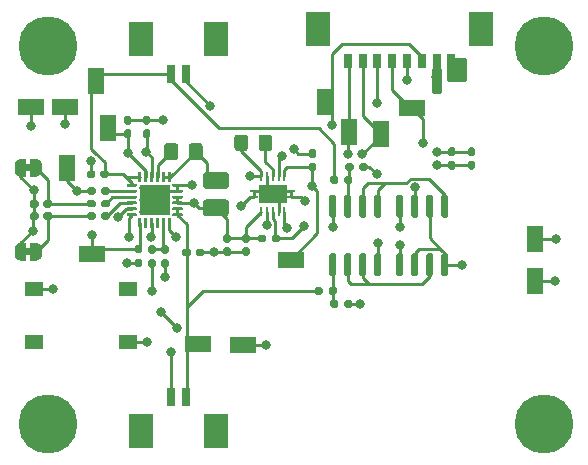
<source format=gbr>
%TF.GenerationSoftware,KiCad,Pcbnew,(5.1.12-1-10_14)*%
%TF.CreationDate,2022-02-15T12:54:36-08:00*%
%TF.ProjectId,g3_power,67335f70-6f77-4657-922e-6b696361645f,rev?*%
%TF.SameCoordinates,Original*%
%TF.FileFunction,Copper,L1,Top*%
%TF.FilePolarity,Positive*%
%FSLAX46Y46*%
G04 Gerber Fmt 4.6, Leading zero omitted, Abs format (unit mm)*
G04 Created by KiCad (PCBNEW (5.1.12-1-10_14)) date 2022-02-15 12:54:36*
%MOMM*%
%LPD*%
G01*
G04 APERTURE LIST*
%TA.AperFunction,EtchedComponent*%
%ADD10C,0.100000*%
%TD*%
%TA.AperFunction,SMDPad,CuDef*%
%ADD11R,1.400000X2.200000*%
%TD*%
%TA.AperFunction,SMDPad,CuDef*%
%ADD12R,2.200000X1.400000*%
%TD*%
%TA.AperFunction,SMDPad,CuDef*%
%ADD13C,0.100000*%
%TD*%
%TA.AperFunction,ComponentPad*%
%ADD14C,5.000000*%
%TD*%
%TA.AperFunction,ComponentPad*%
%ADD15C,0.300000*%
%TD*%
%TA.AperFunction,SMDPad,CuDef*%
%ADD16R,0.700000X0.280000*%
%TD*%
%TA.AperFunction,SMDPad,CuDef*%
%ADD17C,0.280000*%
%TD*%
%TA.AperFunction,SMDPad,CuDef*%
%ADD18R,0.280000X0.710000*%
%TD*%
%TA.AperFunction,SMDPad,CuDef*%
%ADD19R,2.400000X1.650000*%
%TD*%
%TA.AperFunction,ComponentPad*%
%ADD20C,0.500000*%
%TD*%
%TA.AperFunction,SMDPad,CuDef*%
%ADD21R,2.600000X2.600000*%
%TD*%
%TA.AperFunction,SMDPad,CuDef*%
%ADD22R,1.550000X1.300000*%
%TD*%
%TA.AperFunction,SMDPad,CuDef*%
%ADD23R,0.800000X1.300000*%
%TD*%
%TA.AperFunction,SMDPad,CuDef*%
%ADD24R,2.100000X3.000000*%
%TD*%
%TA.AperFunction,SMDPad,CuDef*%
%ADD25R,0.800000X1.600000*%
%TD*%
%TA.AperFunction,ViaPad*%
%ADD26C,0.800000*%
%TD*%
%TA.AperFunction,Conductor*%
%ADD27C,0.279400*%
%TD*%
%TA.AperFunction,Conductor*%
%ADD28C,0.250000*%
%TD*%
%TA.AperFunction,Conductor*%
%ADD29C,0.254000*%
%TD*%
%TA.AperFunction,Conductor*%
%ADD30C,0.100000*%
%TD*%
G04 APERTURE END LIST*
D10*
%TO.C,JP1*%
G36*
X211550000Y-83975000D02*
G01*
X211050000Y-83975000D01*
X211050000Y-84575000D01*
X211550000Y-84575000D01*
X211550000Y-83975000D01*
G37*
%TO.C,JP2*%
G36*
X211550000Y-91075000D02*
G01*
X211050000Y-91075000D01*
X211050000Y-91675000D01*
X211550000Y-91675000D01*
X211550000Y-91075000D01*
G37*
%TD*%
D11*
%TO.P,TP104,1*%
%TO.N,CC_PIMD*%
X218025000Y-80900000D03*
%TD*%
%TO.P,TP115,1*%
%TO.N,GND*%
X254200000Y-93900000D03*
%TD*%
D12*
%TO.P,TP114,1*%
%TO.N,GND*%
X229500000Y-99300000D03*
%TD*%
%TO.P,TP113,1*%
%TO.N,GND*%
X214400000Y-79100000D03*
%TD*%
%TO.P,TP112,1*%
%TO.N,/~CC_CE*%
X243800000Y-79200000D03*
%TD*%
%TO.P,TP111,1*%
%TO.N,/~CC_INT*%
X216725000Y-91600000D03*
%TD*%
D11*
%TO.P,TP110,1*%
%TO.N,/BOOST_PS*%
X236450000Y-78700000D03*
%TD*%
%TO.P,TP109,1*%
%TO.N,/SDA*%
X238450000Y-81250000D03*
%TD*%
%TO.P,TP108,1*%
%TO.N,/SCL*%
X241175000Y-81450000D03*
%TD*%
D12*
%TO.P,TP107,1*%
%TO.N,V_BATT*%
X225700000Y-99200000D03*
%TD*%
D11*
%TO.P,TP106,1*%
%TO.N,+5V*%
X254200000Y-90300000D03*
%TD*%
D12*
%TO.P,TP105,1*%
%TO.N,V_REGN*%
X211550000Y-79100000D03*
%TD*%
D11*
%TO.P,TP103,1*%
%TO.N,V_SOL*%
X217075000Y-76950000D03*
%TD*%
%TO.P,TP102,1*%
%TO.N,CC_PWR_OUT*%
X214625000Y-84325000D03*
%TD*%
D12*
%TO.P,TP101,1*%
%TO.N,BOOST_VAUX*%
X233525000Y-92075000D03*
%TD*%
%TA.AperFunction,SMDPad,CuDef*%
D13*
%TO.P,JP1,1*%
%TO.N,V_REGN*%
G36*
X211150000Y-85025000D02*
G01*
X210650000Y-85025000D01*
X210650000Y-85024398D01*
X210625466Y-85024398D01*
X210576635Y-85019588D01*
X210528510Y-85010016D01*
X210481555Y-84995772D01*
X210436222Y-84976995D01*
X210392949Y-84953864D01*
X210352150Y-84926604D01*
X210314221Y-84895476D01*
X210279524Y-84860779D01*
X210248396Y-84822850D01*
X210221136Y-84782051D01*
X210198005Y-84738778D01*
X210179228Y-84693445D01*
X210164984Y-84646490D01*
X210155412Y-84598365D01*
X210150602Y-84549534D01*
X210150602Y-84525000D01*
X210150000Y-84525000D01*
X210150000Y-84025000D01*
X210150602Y-84025000D01*
X210150602Y-84000466D01*
X210155412Y-83951635D01*
X210164984Y-83903510D01*
X210179228Y-83856555D01*
X210198005Y-83811222D01*
X210221136Y-83767949D01*
X210248396Y-83727150D01*
X210279524Y-83689221D01*
X210314221Y-83654524D01*
X210352150Y-83623396D01*
X210392949Y-83596136D01*
X210436222Y-83573005D01*
X210481555Y-83554228D01*
X210528510Y-83539984D01*
X210576635Y-83530412D01*
X210625466Y-83525602D01*
X210650000Y-83525602D01*
X210650000Y-83525000D01*
X211150000Y-83525000D01*
X211150000Y-85025000D01*
G37*
%TD.AperFunction*%
%TA.AperFunction,SMDPad,CuDef*%
%TO.P,JP1,2*%
%TO.N,Net-(D101-Pad1)*%
G36*
X211950000Y-83525602D02*
G01*
X211974534Y-83525602D01*
X212023365Y-83530412D01*
X212071490Y-83539984D01*
X212118445Y-83554228D01*
X212163778Y-83573005D01*
X212207051Y-83596136D01*
X212247850Y-83623396D01*
X212285779Y-83654524D01*
X212320476Y-83689221D01*
X212351604Y-83727150D01*
X212378864Y-83767949D01*
X212401995Y-83811222D01*
X212420772Y-83856555D01*
X212435016Y-83903510D01*
X212444588Y-83951635D01*
X212449398Y-84000466D01*
X212449398Y-84025000D01*
X212450000Y-84025000D01*
X212450000Y-84525000D01*
X212449398Y-84525000D01*
X212449398Y-84549534D01*
X212444588Y-84598365D01*
X212435016Y-84646490D01*
X212420772Y-84693445D01*
X212401995Y-84738778D01*
X212378864Y-84782051D01*
X212351604Y-84822850D01*
X212320476Y-84860779D01*
X212285779Y-84895476D01*
X212247850Y-84926604D01*
X212207051Y-84953864D01*
X212163778Y-84976995D01*
X212118445Y-84995772D01*
X212071490Y-85010016D01*
X212023365Y-85019588D01*
X211974534Y-85024398D01*
X211950000Y-85024398D01*
X211950000Y-85025000D01*
X211450000Y-85025000D01*
X211450000Y-83525000D01*
X211950000Y-83525000D01*
X211950000Y-83525602D01*
G37*
%TD.AperFunction*%
%TD*%
%TO.P,C110,2*%
%TO.N,GND*%
%TA.AperFunction,SMDPad,CuDef*%
G36*
G01*
X247325000Y-83287500D02*
X247015000Y-83287500D01*
G75*
G02*
X246860000Y-83132500I0J155000D01*
G01*
X246860000Y-82707500D01*
G75*
G02*
X247015000Y-82552500I155000J0D01*
G01*
X247325000Y-82552500D01*
G75*
G02*
X247480000Y-82707500I0J-155000D01*
G01*
X247480000Y-83132500D01*
G75*
G02*
X247325000Y-83287500I-155000J0D01*
G01*
G37*
%TD.AperFunction*%
%TO.P,C110,1*%
%TO.N,+5V*%
%TA.AperFunction,SMDPad,CuDef*%
G36*
G01*
X247325000Y-84422500D02*
X247015000Y-84422500D01*
G75*
G02*
X246860000Y-84267500I0J155000D01*
G01*
X246860000Y-83842500D01*
G75*
G02*
X247015000Y-83687500I155000J0D01*
G01*
X247325000Y-83687500D01*
G75*
G02*
X247480000Y-83842500I0J-155000D01*
G01*
X247480000Y-84267500D01*
G75*
G02*
X247325000Y-84422500I-155000J0D01*
G01*
G37*
%TD.AperFunction*%
%TD*%
%TO.P,C109,2*%
%TO.N,GND*%
%TA.AperFunction,SMDPad,CuDef*%
G36*
G01*
X235525000Y-83440000D02*
X235215000Y-83440000D01*
G75*
G02*
X235060000Y-83285000I0J155000D01*
G01*
X235060000Y-82860000D01*
G75*
G02*
X235215000Y-82705000I155000J0D01*
G01*
X235525000Y-82705000D01*
G75*
G02*
X235680000Y-82860000I0J-155000D01*
G01*
X235680000Y-83285000D01*
G75*
G02*
X235525000Y-83440000I-155000J0D01*
G01*
G37*
%TD.AperFunction*%
%TO.P,C109,1*%
%TO.N,BOOST_VAUX*%
%TA.AperFunction,SMDPad,CuDef*%
G36*
G01*
X235525000Y-84575000D02*
X235215000Y-84575000D01*
G75*
G02*
X235060000Y-84420000I0J155000D01*
G01*
X235060000Y-83995000D01*
G75*
G02*
X235215000Y-83840000I155000J0D01*
G01*
X235525000Y-83840000D01*
G75*
G02*
X235680000Y-83995000I0J-155000D01*
G01*
X235680000Y-84420000D01*
G75*
G02*
X235525000Y-84575000I-155000J0D01*
G01*
G37*
%TD.AperFunction*%
%TD*%
%TO.P,C108,2*%
%TO.N,GND*%
%TA.AperFunction,SMDPad,CuDef*%
G36*
G01*
X248985000Y-83290000D02*
X248675000Y-83290000D01*
G75*
G02*
X248520000Y-83135000I0J155000D01*
G01*
X248520000Y-82710000D01*
G75*
G02*
X248675000Y-82555000I155000J0D01*
G01*
X248985000Y-82555000D01*
G75*
G02*
X249140000Y-82710000I0J-155000D01*
G01*
X249140000Y-83135000D01*
G75*
G02*
X248985000Y-83290000I-155000J0D01*
G01*
G37*
%TD.AperFunction*%
%TO.P,C108,1*%
%TO.N,+5V*%
%TA.AperFunction,SMDPad,CuDef*%
G36*
G01*
X248985000Y-84425000D02*
X248675000Y-84425000D01*
G75*
G02*
X248520000Y-84270000I0J155000D01*
G01*
X248520000Y-83845000D01*
G75*
G02*
X248675000Y-83690000I155000J0D01*
G01*
X248985000Y-83690000D01*
G75*
G02*
X249140000Y-83845000I0J-155000D01*
G01*
X249140000Y-84270000D01*
G75*
G02*
X248985000Y-84425000I-155000J0D01*
G01*
G37*
%TD.AperFunction*%
%TD*%
%TO.P,C107,2*%
%TO.N,GND*%
%TA.AperFunction,SMDPad,CuDef*%
G36*
G01*
X227985000Y-91017500D02*
X228295000Y-91017500D01*
G75*
G02*
X228450000Y-91172500I0J-155000D01*
G01*
X228450000Y-91597500D01*
G75*
G02*
X228295000Y-91752500I-155000J0D01*
G01*
X227985000Y-91752500D01*
G75*
G02*
X227830000Y-91597500I0J155000D01*
G01*
X227830000Y-91172500D01*
G75*
G02*
X227985000Y-91017500I155000J0D01*
G01*
G37*
%TD.AperFunction*%
%TO.P,C107,1*%
%TO.N,CC_PWR_OUT*%
%TA.AperFunction,SMDPad,CuDef*%
G36*
G01*
X227985000Y-89882500D02*
X228295000Y-89882500D01*
G75*
G02*
X228450000Y-90037500I0J-155000D01*
G01*
X228450000Y-90462500D01*
G75*
G02*
X228295000Y-90617500I-155000J0D01*
G01*
X227985000Y-90617500D01*
G75*
G02*
X227830000Y-90462500I0J155000D01*
G01*
X227830000Y-90037500D01*
G75*
G02*
X227985000Y-89882500I155000J0D01*
G01*
G37*
%TD.AperFunction*%
%TD*%
%TO.P,C106,2*%
%TO.N,GND*%
%TA.AperFunction,SMDPad,CuDef*%
G36*
G01*
X229585000Y-91017500D02*
X229895000Y-91017500D01*
G75*
G02*
X230050000Y-91172500I0J-155000D01*
G01*
X230050000Y-91597500D01*
G75*
G02*
X229895000Y-91752500I-155000J0D01*
G01*
X229585000Y-91752500D01*
G75*
G02*
X229430000Y-91597500I0J155000D01*
G01*
X229430000Y-91172500D01*
G75*
G02*
X229585000Y-91017500I155000J0D01*
G01*
G37*
%TD.AperFunction*%
%TO.P,C106,1*%
%TO.N,CC_PWR_OUT*%
%TA.AperFunction,SMDPad,CuDef*%
G36*
G01*
X229585000Y-89882500D02*
X229895000Y-89882500D01*
G75*
G02*
X230050000Y-90037500I0J-155000D01*
G01*
X230050000Y-90462500D01*
G75*
G02*
X229895000Y-90617500I-155000J0D01*
G01*
X229585000Y-90617500D01*
G75*
G02*
X229430000Y-90462500I0J155000D01*
G01*
X229430000Y-90037500D01*
G75*
G02*
X229585000Y-89882500I155000J0D01*
G01*
G37*
%TD.AperFunction*%
%TD*%
%TO.P,C105,2*%
%TO.N,GND*%
%TA.AperFunction,SMDPad,CuDef*%
G36*
G01*
X225482500Y-91605000D02*
X225482500Y-91295000D01*
G75*
G02*
X225637500Y-91140000I155000J0D01*
G01*
X226062500Y-91140000D01*
G75*
G02*
X226217500Y-91295000I0J-155000D01*
G01*
X226217500Y-91605000D01*
G75*
G02*
X226062500Y-91760000I-155000J0D01*
G01*
X225637500Y-91760000D01*
G75*
G02*
X225482500Y-91605000I0J155000D01*
G01*
G37*
%TD.AperFunction*%
%TO.P,C105,1*%
%TO.N,V_BATT*%
%TA.AperFunction,SMDPad,CuDef*%
G36*
G01*
X224347500Y-91605000D02*
X224347500Y-91295000D01*
G75*
G02*
X224502500Y-91140000I155000J0D01*
G01*
X224927500Y-91140000D01*
G75*
G02*
X225082500Y-91295000I0J-155000D01*
G01*
X225082500Y-91605000D01*
G75*
G02*
X224927500Y-91760000I-155000J0D01*
G01*
X224502500Y-91760000D01*
G75*
G02*
X224347500Y-91605000I0J155000D01*
G01*
G37*
%TD.AperFunction*%
%TD*%
%TO.P,C103,2*%
%TO.N,GND*%
%TA.AperFunction,SMDPad,CuDef*%
G36*
G01*
X221475000Y-80617500D02*
X221165000Y-80617500D01*
G75*
G02*
X221010000Y-80462500I0J155000D01*
G01*
X221010000Y-80037500D01*
G75*
G02*
X221165000Y-79882500I155000J0D01*
G01*
X221475000Y-79882500D01*
G75*
G02*
X221630000Y-80037500I0J-155000D01*
G01*
X221630000Y-80462500D01*
G75*
G02*
X221475000Y-80617500I-155000J0D01*
G01*
G37*
%TD.AperFunction*%
%TO.P,C103,1*%
%TO.N,V_REGN*%
%TA.AperFunction,SMDPad,CuDef*%
G36*
G01*
X221475000Y-81752500D02*
X221165000Y-81752500D01*
G75*
G02*
X221010000Y-81597500I0J155000D01*
G01*
X221010000Y-81172500D01*
G75*
G02*
X221165000Y-81017500I155000J0D01*
G01*
X221475000Y-81017500D01*
G75*
G02*
X221630000Y-81172500I0J-155000D01*
G01*
X221630000Y-81597500D01*
G75*
G02*
X221475000Y-81752500I-155000J0D01*
G01*
G37*
%TD.AperFunction*%
%TD*%
%TO.P,C102,2*%
%TO.N,GND*%
%TA.AperFunction,SMDPad,CuDef*%
G36*
G01*
X219875000Y-80617500D02*
X219565000Y-80617500D01*
G75*
G02*
X219410000Y-80462500I0J155000D01*
G01*
X219410000Y-80037500D01*
G75*
G02*
X219565000Y-79882500I155000J0D01*
G01*
X219875000Y-79882500D01*
G75*
G02*
X220030000Y-80037500I0J-155000D01*
G01*
X220030000Y-80462500D01*
G75*
G02*
X219875000Y-80617500I-155000J0D01*
G01*
G37*
%TD.AperFunction*%
%TO.P,C102,1*%
%TO.N,CC_PIMD*%
%TA.AperFunction,SMDPad,CuDef*%
G36*
G01*
X219875000Y-81752500D02*
X219565000Y-81752500D01*
G75*
G02*
X219410000Y-81597500I0J155000D01*
G01*
X219410000Y-81172500D01*
G75*
G02*
X219565000Y-81017500I155000J0D01*
G01*
X219875000Y-81017500D01*
G75*
G02*
X220030000Y-81172500I0J-155000D01*
G01*
X220030000Y-81597500D01*
G75*
G02*
X219875000Y-81752500I-155000J0D01*
G01*
G37*
%TD.AperFunction*%
%TD*%
%TO.P,C101,2*%
%TO.N,GND*%
%TA.AperFunction,SMDPad,CuDef*%
G36*
G01*
X216997500Y-84665000D02*
X216997500Y-84975000D01*
G75*
G02*
X216842500Y-85130000I-155000J0D01*
G01*
X216417500Y-85130000D01*
G75*
G02*
X216262500Y-84975000I0J155000D01*
G01*
X216262500Y-84665000D01*
G75*
G02*
X216417500Y-84510000I155000J0D01*
G01*
X216842500Y-84510000D01*
G75*
G02*
X216997500Y-84665000I0J-155000D01*
G01*
G37*
%TD.AperFunction*%
%TO.P,C101,1*%
%TO.N,V_SOL*%
%TA.AperFunction,SMDPad,CuDef*%
G36*
G01*
X218132500Y-84665000D02*
X218132500Y-84975000D01*
G75*
G02*
X217977500Y-85130000I-155000J0D01*
G01*
X217552500Y-85130000D01*
G75*
G02*
X217397500Y-84975000I0J155000D01*
G01*
X217397500Y-84665000D01*
G75*
G02*
X217552500Y-84510000I155000J0D01*
G01*
X217977500Y-84510000D01*
G75*
G02*
X218132500Y-84665000I0J-155000D01*
G01*
G37*
%TD.AperFunction*%
%TD*%
D14*
%TO.P,H104,1*%
%TO.N,Net-(H104-Pad1)*%
X255000000Y-106000000D03*
%TD*%
%TO.P,H103,1*%
%TO.N,Net-(H103-Pad1)*%
X213000000Y-106000000D03*
%TD*%
%TO.P,H102,1*%
%TO.N,Net-(H102-Pad1)*%
X255000000Y-74000000D03*
%TD*%
%TO.P,H101,1*%
%TO.N,Net-(H101-Pad1)*%
X213000000Y-74000000D03*
%TD*%
D15*
%TO.P,U102,11*%
%TO.N,GND*%
X232750000Y-87000000D03*
X231250000Y-86000000D03*
X232750000Y-86000000D03*
X231250000Y-87000000D03*
X232000000Y-86500000D03*
D16*
X230450000Y-86250000D03*
D17*
%TO.P,U102,10*%
%TO.N,+5V*%
X233000000Y-87690000D03*
%TO.P,U102,9*%
%TO.N,GND*%
X232500000Y-87690000D03*
%TO.P,U102,8*%
%TO.N,/BOOST_PS*%
X232000000Y-87690000D03*
%TO.P,U102,7*%
%TO.N,BOOST_VAUX*%
X231500000Y-87690000D03*
D18*
%TO.P,U102,10*%
%TO.N,+5V*%
X233000000Y-88040000D03*
%TO.P,U102,9*%
%TO.N,GND*%
X232500000Y-88040000D03*
%TO.P,U102,8*%
%TO.N,/BOOST_PS*%
X232000000Y-88040000D03*
%TO.P,U102,7*%
%TO.N,BOOST_VAUX*%
X231500000Y-88040000D03*
D17*
%TO.P,U102,5*%
%TO.N,CC_PWR_OUT*%
X231000000Y-85310000D03*
%TO.P,U102,4*%
%TO.N,GND*%
X231500000Y-85310000D03*
%TO.P,U102,3*%
%TO.N,Net-(L102-Pad2)*%
X232000000Y-85310000D03*
%TO.P,U102,2*%
%TO.N,+5V*%
X232500000Y-85310000D03*
D18*
%TO.P,U102,5*%
%TO.N,CC_PWR_OUT*%
X231000000Y-84960000D03*
%TO.P,U102,4*%
%TO.N,GND*%
X231500000Y-84960000D03*
%TO.P,U102,3*%
%TO.N,Net-(L102-Pad2)*%
X232000000Y-84960000D03*
%TO.P,U102,2*%
%TO.N,+5V*%
X232500000Y-84960000D03*
%TO.P,U102,1*%
%TO.N,BOOST_VAUX*%
X233000000Y-84960000D03*
D17*
X233000000Y-85310000D03*
D19*
%TO.P,U102,11*%
%TO.N,GND*%
X232000000Y-86500000D03*
D18*
%TO.P,U102,6*%
%TO.N,CC_PWR_OUT*%
X231000000Y-88040000D03*
D17*
X231000000Y-87690000D03*
D16*
%TO.P,U102,11*%
%TO.N,GND*%
X230450000Y-86750000D03*
X233550000Y-86750000D03*
X233550000Y-86250000D03*
%TD*%
%TO.P,U104,8*%
%TO.N,GND*%
%TA.AperFunction,SMDPad,CuDef*%
G36*
G01*
X246420000Y-91505000D02*
X246720000Y-91505000D01*
G75*
G02*
X246870000Y-91655000I0J-150000D01*
G01*
X246870000Y-93305000D01*
G75*
G02*
X246720000Y-93455000I-150000J0D01*
G01*
X246420000Y-93455000D01*
G75*
G02*
X246270000Y-93305000I0J150000D01*
G01*
X246270000Y-91655000D01*
G75*
G02*
X246420000Y-91505000I150000J0D01*
G01*
G37*
%TD.AperFunction*%
%TO.P,U104,7*%
%TO.N,/VBatSense*%
%TA.AperFunction,SMDPad,CuDef*%
G36*
G01*
X245150000Y-91505000D02*
X245450000Y-91505000D01*
G75*
G02*
X245600000Y-91655000I0J-150000D01*
G01*
X245600000Y-93305000D01*
G75*
G02*
X245450000Y-93455000I-150000J0D01*
G01*
X245150000Y-93455000D01*
G75*
G02*
X245000000Y-93305000I0J150000D01*
G01*
X245000000Y-91655000D01*
G75*
G02*
X245150000Y-91505000I150000J0D01*
G01*
G37*
%TD.AperFunction*%
%TO.P,U104,6*%
%TO.N,GND*%
%TA.AperFunction,SMDPad,CuDef*%
G36*
G01*
X243880000Y-91505000D02*
X244180000Y-91505000D01*
G75*
G02*
X244330000Y-91655000I0J-150000D01*
G01*
X244330000Y-93305000D01*
G75*
G02*
X244180000Y-93455000I-150000J0D01*
G01*
X243880000Y-93455000D01*
G75*
G02*
X243730000Y-93305000I0J150000D01*
G01*
X243730000Y-91655000D01*
G75*
G02*
X243880000Y-91505000I150000J0D01*
G01*
G37*
%TD.AperFunction*%
%TO.P,U104,5*%
%TO.N,/SCL*%
%TA.AperFunction,SMDPad,CuDef*%
G36*
G01*
X242610000Y-91505000D02*
X242910000Y-91505000D01*
G75*
G02*
X243060000Y-91655000I0J-150000D01*
G01*
X243060000Y-93305000D01*
G75*
G02*
X242910000Y-93455000I-150000J0D01*
G01*
X242610000Y-93455000D01*
G75*
G02*
X242460000Y-93305000I0J150000D01*
G01*
X242460000Y-91655000D01*
G75*
G02*
X242610000Y-91505000I150000J0D01*
G01*
G37*
%TD.AperFunction*%
%TO.P,U104,4*%
%TO.N,/SDA*%
%TA.AperFunction,SMDPad,CuDef*%
G36*
G01*
X242610000Y-86555000D02*
X242910000Y-86555000D01*
G75*
G02*
X243060000Y-86705000I0J-150000D01*
G01*
X243060000Y-88355000D01*
G75*
G02*
X242910000Y-88505000I-150000J0D01*
G01*
X242610000Y-88505000D01*
G75*
G02*
X242460000Y-88355000I0J150000D01*
G01*
X242460000Y-86705000D01*
G75*
G02*
X242610000Y-86555000I150000J0D01*
G01*
G37*
%TD.AperFunction*%
%TO.P,U104,3*%
%TO.N,+5V*%
%TA.AperFunction,SMDPad,CuDef*%
G36*
G01*
X243880000Y-86555000D02*
X244180000Y-86555000D01*
G75*
G02*
X244330000Y-86705000I0J-150000D01*
G01*
X244330000Y-88355000D01*
G75*
G02*
X244180000Y-88505000I-150000J0D01*
G01*
X243880000Y-88505000D01*
G75*
G02*
X243730000Y-88355000I0J150000D01*
G01*
X243730000Y-86705000D01*
G75*
G02*
X243880000Y-86555000I150000J0D01*
G01*
G37*
%TD.AperFunction*%
%TO.P,U104,2*%
%TO.N,GND*%
%TA.AperFunction,SMDPad,CuDef*%
G36*
G01*
X245150000Y-86555000D02*
X245450000Y-86555000D01*
G75*
G02*
X245600000Y-86705000I0J-150000D01*
G01*
X245600000Y-88355000D01*
G75*
G02*
X245450000Y-88505000I-150000J0D01*
G01*
X245150000Y-88505000D01*
G75*
G02*
X245000000Y-88355000I0J150000D01*
G01*
X245000000Y-86705000D01*
G75*
G02*
X245150000Y-86555000I150000J0D01*
G01*
G37*
%TD.AperFunction*%
%TO.P,U104,1*%
%TO.N,/VSolSense*%
%TA.AperFunction,SMDPad,CuDef*%
G36*
G01*
X246420000Y-86555000D02*
X246720000Y-86555000D01*
G75*
G02*
X246870000Y-86705000I0J-150000D01*
G01*
X246870000Y-88355000D01*
G75*
G02*
X246720000Y-88505000I-150000J0D01*
G01*
X246420000Y-88505000D01*
G75*
G02*
X246270000Y-88355000I0J150000D01*
G01*
X246270000Y-86705000D01*
G75*
G02*
X246420000Y-86555000I150000J0D01*
G01*
G37*
%TD.AperFunction*%
%TD*%
%TO.P,U103,8*%
%TO.N,+5V*%
%TA.AperFunction,SMDPad,CuDef*%
G36*
G01*
X240755000Y-91500000D02*
X241055000Y-91500000D01*
G75*
G02*
X241205000Y-91650000I0J-150000D01*
G01*
X241205000Y-93300000D01*
G75*
G02*
X241055000Y-93450000I-150000J0D01*
G01*
X240755000Y-93450000D01*
G75*
G02*
X240605000Y-93300000I0J150000D01*
G01*
X240605000Y-91650000D01*
G75*
G02*
X240755000Y-91500000I150000J0D01*
G01*
G37*
%TD.AperFunction*%
%TO.P,U103,7*%
%TO.N,/VBatSense*%
%TA.AperFunction,SMDPad,CuDef*%
G36*
G01*
X239485000Y-91500000D02*
X239785000Y-91500000D01*
G75*
G02*
X239935000Y-91650000I0J-150000D01*
G01*
X239935000Y-93300000D01*
G75*
G02*
X239785000Y-93450000I-150000J0D01*
G01*
X239485000Y-93450000D01*
G75*
G02*
X239335000Y-93300000I0J150000D01*
G01*
X239335000Y-91650000D01*
G75*
G02*
X239485000Y-91500000I150000J0D01*
G01*
G37*
%TD.AperFunction*%
%TO.P,U103,6*%
%TA.AperFunction,SMDPad,CuDef*%
G36*
G01*
X238215000Y-91500000D02*
X238515000Y-91500000D01*
G75*
G02*
X238665000Y-91650000I0J-150000D01*
G01*
X238665000Y-93300000D01*
G75*
G02*
X238515000Y-93450000I-150000J0D01*
G01*
X238215000Y-93450000D01*
G75*
G02*
X238065000Y-93300000I0J150000D01*
G01*
X238065000Y-91650000D01*
G75*
G02*
X238215000Y-91500000I150000J0D01*
G01*
G37*
%TD.AperFunction*%
%TO.P,U103,5*%
%TO.N,Net-(R109-Pad2)*%
%TA.AperFunction,SMDPad,CuDef*%
G36*
G01*
X236945000Y-91500000D02*
X237245000Y-91500000D01*
G75*
G02*
X237395000Y-91650000I0J-150000D01*
G01*
X237395000Y-93300000D01*
G75*
G02*
X237245000Y-93450000I-150000J0D01*
G01*
X236945000Y-93450000D01*
G75*
G02*
X236795000Y-93300000I0J150000D01*
G01*
X236795000Y-91650000D01*
G75*
G02*
X236945000Y-91500000I150000J0D01*
G01*
G37*
%TD.AperFunction*%
%TO.P,U103,4*%
%TO.N,GND*%
%TA.AperFunction,SMDPad,CuDef*%
G36*
G01*
X236945000Y-86550000D02*
X237245000Y-86550000D01*
G75*
G02*
X237395000Y-86700000I0J-150000D01*
G01*
X237395000Y-88350000D01*
G75*
G02*
X237245000Y-88500000I-150000J0D01*
G01*
X236945000Y-88500000D01*
G75*
G02*
X236795000Y-88350000I0J150000D01*
G01*
X236795000Y-86700000D01*
G75*
G02*
X236945000Y-86550000I150000J0D01*
G01*
G37*
%TD.AperFunction*%
%TO.P,U103,3*%
%TO.N,Net-(R107-Pad2)*%
%TA.AperFunction,SMDPad,CuDef*%
G36*
G01*
X238215000Y-86550000D02*
X238515000Y-86550000D01*
G75*
G02*
X238665000Y-86700000I0J-150000D01*
G01*
X238665000Y-88350000D01*
G75*
G02*
X238515000Y-88500000I-150000J0D01*
G01*
X238215000Y-88500000D01*
G75*
G02*
X238065000Y-88350000I0J150000D01*
G01*
X238065000Y-86700000D01*
G75*
G02*
X238215000Y-86550000I150000J0D01*
G01*
G37*
%TD.AperFunction*%
%TO.P,U103,2*%
%TO.N,/VSolSense*%
%TA.AperFunction,SMDPad,CuDef*%
G36*
G01*
X239485000Y-86550000D02*
X239785000Y-86550000D01*
G75*
G02*
X239935000Y-86700000I0J-150000D01*
G01*
X239935000Y-88350000D01*
G75*
G02*
X239785000Y-88500000I-150000J0D01*
G01*
X239485000Y-88500000D01*
G75*
G02*
X239335000Y-88350000I0J150000D01*
G01*
X239335000Y-86700000D01*
G75*
G02*
X239485000Y-86550000I150000J0D01*
G01*
G37*
%TD.AperFunction*%
%TO.P,U103,1*%
%TA.AperFunction,SMDPad,CuDef*%
G36*
G01*
X240755000Y-86550000D02*
X241055000Y-86550000D01*
G75*
G02*
X241205000Y-86700000I0J-150000D01*
G01*
X241205000Y-88350000D01*
G75*
G02*
X241055000Y-88500000I-150000J0D01*
G01*
X240755000Y-88500000D01*
G75*
G02*
X240605000Y-88350000I0J150000D01*
G01*
X240605000Y-86700000D01*
G75*
G02*
X240755000Y-86550000I150000J0D01*
G01*
G37*
%TD.AperFunction*%
%TD*%
D20*
%TO.P,U101,25*%
%TO.N,GND*%
X223050000Y-88050000D03*
X222000000Y-88050000D03*
X220950000Y-88050000D03*
X223050000Y-87000000D03*
X222000000Y-87000000D03*
X220950000Y-87000000D03*
X223050000Y-85950000D03*
X222000000Y-85950000D03*
X220950000Y-85950000D03*
D21*
X222000000Y-87000000D03*
%TO.P,U101,24*%
%TO.N,V_SOL*%
%TA.AperFunction,SMDPad,CuDef*%
G36*
G01*
X220625000Y-85437500D02*
X220625000Y-84687500D01*
G75*
G02*
X220687500Y-84625000I62500J0D01*
G01*
X220812500Y-84625000D01*
G75*
G02*
X220875000Y-84687500I0J-62500D01*
G01*
X220875000Y-85437500D01*
G75*
G02*
X220812500Y-85500000I-62500J0D01*
G01*
X220687500Y-85500000D01*
G75*
G02*
X220625000Y-85437500I0J62500D01*
G01*
G37*
%TD.AperFunction*%
%TO.P,U101,23*%
%TO.N,CC_PIMD*%
%TA.AperFunction,SMDPad,CuDef*%
G36*
G01*
X221125000Y-85437500D02*
X221125000Y-84687500D01*
G75*
G02*
X221187500Y-84625000I62500J0D01*
G01*
X221312500Y-84625000D01*
G75*
G02*
X221375000Y-84687500I0J-62500D01*
G01*
X221375000Y-85437500D01*
G75*
G02*
X221312500Y-85500000I-62500J0D01*
G01*
X221187500Y-85500000D01*
G75*
G02*
X221125000Y-85437500I0J62500D01*
G01*
G37*
%TD.AperFunction*%
%TO.P,U101,22*%
%TO.N,V_REGN*%
%TA.AperFunction,SMDPad,CuDef*%
G36*
G01*
X221625000Y-85437500D02*
X221625000Y-84687500D01*
G75*
G02*
X221687500Y-84625000I62500J0D01*
G01*
X221812500Y-84625000D01*
G75*
G02*
X221875000Y-84687500I0J-62500D01*
G01*
X221875000Y-85437500D01*
G75*
G02*
X221812500Y-85500000I-62500J0D01*
G01*
X221687500Y-85500000D01*
G75*
G02*
X221625000Y-85437500I0J62500D01*
G01*
G37*
%TD.AperFunction*%
%TO.P,U101,21*%
%TO.N,Net-(C104-Pad1)*%
%TA.AperFunction,SMDPad,CuDef*%
G36*
G01*
X222125000Y-85437500D02*
X222125000Y-84687500D01*
G75*
G02*
X222187500Y-84625000I62500J0D01*
G01*
X222312500Y-84625000D01*
G75*
G02*
X222375000Y-84687500I0J-62500D01*
G01*
X222375000Y-85437500D01*
G75*
G02*
X222312500Y-85500000I-62500J0D01*
G01*
X222187500Y-85500000D01*
G75*
G02*
X222125000Y-85437500I0J62500D01*
G01*
G37*
%TD.AperFunction*%
%TO.P,U101,20*%
%TO.N,Net-(C104-Pad2)*%
%TA.AperFunction,SMDPad,CuDef*%
G36*
G01*
X222625000Y-85437500D02*
X222625000Y-84687500D01*
G75*
G02*
X222687500Y-84625000I62500J0D01*
G01*
X222812500Y-84625000D01*
G75*
G02*
X222875000Y-84687500I0J-62500D01*
G01*
X222875000Y-85437500D01*
G75*
G02*
X222812500Y-85500000I-62500J0D01*
G01*
X222687500Y-85500000D01*
G75*
G02*
X222625000Y-85437500I0J62500D01*
G01*
G37*
%TD.AperFunction*%
%TO.P,U101,19*%
%TA.AperFunction,SMDPad,CuDef*%
G36*
G01*
X223125000Y-85437500D02*
X223125000Y-84687500D01*
G75*
G02*
X223187500Y-84625000I62500J0D01*
G01*
X223312500Y-84625000D01*
G75*
G02*
X223375000Y-84687500I0J-62500D01*
G01*
X223375000Y-85437500D01*
G75*
G02*
X223312500Y-85500000I-62500J0D01*
G01*
X223187500Y-85500000D01*
G75*
G02*
X223125000Y-85437500I0J62500D01*
G01*
G37*
%TD.AperFunction*%
%TO.P,U101,18*%
%TO.N,GND*%
%TA.AperFunction,SMDPad,CuDef*%
G36*
G01*
X223500000Y-85812500D02*
X223500000Y-85687500D01*
G75*
G02*
X223562500Y-85625000I62500J0D01*
G01*
X224312500Y-85625000D01*
G75*
G02*
X224375000Y-85687500I0J-62500D01*
G01*
X224375000Y-85812500D01*
G75*
G02*
X224312500Y-85875000I-62500J0D01*
G01*
X223562500Y-85875000D01*
G75*
G02*
X223500000Y-85812500I0J62500D01*
G01*
G37*
%TD.AperFunction*%
%TO.P,U101,17*%
%TA.AperFunction,SMDPad,CuDef*%
G36*
G01*
X223500000Y-86312500D02*
X223500000Y-86187500D01*
G75*
G02*
X223562500Y-86125000I62500J0D01*
G01*
X224312500Y-86125000D01*
G75*
G02*
X224375000Y-86187500I0J-62500D01*
G01*
X224375000Y-86312500D01*
G75*
G02*
X224312500Y-86375000I-62500J0D01*
G01*
X223562500Y-86375000D01*
G75*
G02*
X223500000Y-86312500I0J62500D01*
G01*
G37*
%TD.AperFunction*%
%TO.P,U101,16*%
%TO.N,CC_PWR_OUT*%
%TA.AperFunction,SMDPad,CuDef*%
G36*
G01*
X223500000Y-86812500D02*
X223500000Y-86687500D01*
G75*
G02*
X223562500Y-86625000I62500J0D01*
G01*
X224312500Y-86625000D01*
G75*
G02*
X224375000Y-86687500I0J-62500D01*
G01*
X224375000Y-86812500D01*
G75*
G02*
X224312500Y-86875000I-62500J0D01*
G01*
X223562500Y-86875000D01*
G75*
G02*
X223500000Y-86812500I0J62500D01*
G01*
G37*
%TD.AperFunction*%
%TO.P,U101,15*%
%TA.AperFunction,SMDPad,CuDef*%
G36*
G01*
X223500000Y-87312500D02*
X223500000Y-87187500D01*
G75*
G02*
X223562500Y-87125000I62500J0D01*
G01*
X224312500Y-87125000D01*
G75*
G02*
X224375000Y-87187500I0J-62500D01*
G01*
X224375000Y-87312500D01*
G75*
G02*
X224312500Y-87375000I-62500J0D01*
G01*
X223562500Y-87375000D01*
G75*
G02*
X223500000Y-87312500I0J62500D01*
G01*
G37*
%TD.AperFunction*%
%TO.P,U101,14*%
%TO.N,V_BATT*%
%TA.AperFunction,SMDPad,CuDef*%
G36*
G01*
X223500000Y-87812500D02*
X223500000Y-87687500D01*
G75*
G02*
X223562500Y-87625000I62500J0D01*
G01*
X224312500Y-87625000D01*
G75*
G02*
X224375000Y-87687500I0J-62500D01*
G01*
X224375000Y-87812500D01*
G75*
G02*
X224312500Y-87875000I-62500J0D01*
G01*
X223562500Y-87875000D01*
G75*
G02*
X223500000Y-87812500I0J62500D01*
G01*
G37*
%TD.AperFunction*%
%TO.P,U101,13*%
%TA.AperFunction,SMDPad,CuDef*%
G36*
G01*
X223500000Y-88312500D02*
X223500000Y-88187500D01*
G75*
G02*
X223562500Y-88125000I62500J0D01*
G01*
X224312500Y-88125000D01*
G75*
G02*
X224375000Y-88187500I0J-62500D01*
G01*
X224375000Y-88312500D01*
G75*
G02*
X224312500Y-88375000I-62500J0D01*
G01*
X223562500Y-88375000D01*
G75*
G02*
X223500000Y-88312500I0J62500D01*
G01*
G37*
%TD.AperFunction*%
%TO.P,U101,12*%
%TO.N,Net-(JP3-Pad2)*%
%TA.AperFunction,SMDPad,CuDef*%
G36*
G01*
X223125000Y-89312500D02*
X223125000Y-88562500D01*
G75*
G02*
X223187500Y-88500000I62500J0D01*
G01*
X223312500Y-88500000D01*
G75*
G02*
X223375000Y-88562500I0J-62500D01*
G01*
X223375000Y-89312500D01*
G75*
G02*
X223312500Y-89375000I-62500J0D01*
G01*
X223187500Y-89375000D01*
G75*
G02*
X223125000Y-89312500I0J62500D01*
G01*
G37*
%TD.AperFunction*%
%TO.P,U101,11*%
%TO.N,/CC_TS*%
%TA.AperFunction,SMDPad,CuDef*%
G36*
G01*
X222625000Y-89312500D02*
X222625000Y-88562500D01*
G75*
G02*
X222687500Y-88500000I62500J0D01*
G01*
X222812500Y-88500000D01*
G75*
G02*
X222875000Y-88562500I0J-62500D01*
G01*
X222875000Y-89312500D01*
G75*
G02*
X222812500Y-89375000I-62500J0D01*
G01*
X222687500Y-89375000D01*
G75*
G02*
X222625000Y-89312500I0J62500D01*
G01*
G37*
%TD.AperFunction*%
%TO.P,U101,10*%
%TO.N,Net-(U101-Pad10)*%
%TA.AperFunction,SMDPad,CuDef*%
G36*
G01*
X222125000Y-89312500D02*
X222125000Y-88562500D01*
G75*
G02*
X222187500Y-88500000I62500J0D01*
G01*
X222312500Y-88500000D01*
G75*
G02*
X222375000Y-88562500I0J-62500D01*
G01*
X222375000Y-89312500D01*
G75*
G02*
X222312500Y-89375000I-62500J0D01*
G01*
X222187500Y-89375000D01*
G75*
G02*
X222125000Y-89312500I0J62500D01*
G01*
G37*
%TD.AperFunction*%
%TO.P,U101,9*%
%TO.N,/~CC_CE*%
%TA.AperFunction,SMDPad,CuDef*%
G36*
G01*
X221625000Y-89312500D02*
X221625000Y-88562500D01*
G75*
G02*
X221687500Y-88500000I62500J0D01*
G01*
X221812500Y-88500000D01*
G75*
G02*
X221875000Y-88562500I0J-62500D01*
G01*
X221875000Y-89312500D01*
G75*
G02*
X221812500Y-89375000I-62500J0D01*
G01*
X221687500Y-89375000D01*
G75*
G02*
X221625000Y-89312500I0J62500D01*
G01*
G37*
%TD.AperFunction*%
%TO.P,U101,8*%
%TO.N,Net-(U101-Pad8)*%
%TA.AperFunction,SMDPad,CuDef*%
G36*
G01*
X221125000Y-89312500D02*
X221125000Y-88562500D01*
G75*
G02*
X221187500Y-88500000I62500J0D01*
G01*
X221312500Y-88500000D01*
G75*
G02*
X221375000Y-88562500I0J-62500D01*
G01*
X221375000Y-89312500D01*
G75*
G02*
X221312500Y-89375000I-62500J0D01*
G01*
X221187500Y-89375000D01*
G75*
G02*
X221125000Y-89312500I0J62500D01*
G01*
G37*
%TD.AperFunction*%
%TO.P,U101,7*%
%TO.N,/~CC_INT*%
%TA.AperFunction,SMDPad,CuDef*%
G36*
G01*
X220625000Y-89312500D02*
X220625000Y-88562500D01*
G75*
G02*
X220687500Y-88500000I62500J0D01*
G01*
X220812500Y-88500000D01*
G75*
G02*
X220875000Y-88562500I0J-62500D01*
G01*
X220875000Y-89312500D01*
G75*
G02*
X220812500Y-89375000I-62500J0D01*
G01*
X220687500Y-89375000D01*
G75*
G02*
X220625000Y-89312500I0J62500D01*
G01*
G37*
%TD.AperFunction*%
%TO.P,U101,6*%
%TO.N,/SDA*%
%TA.AperFunction,SMDPad,CuDef*%
G36*
G01*
X219625000Y-88312500D02*
X219625000Y-88187500D01*
G75*
G02*
X219687500Y-88125000I62500J0D01*
G01*
X220437500Y-88125000D01*
G75*
G02*
X220500000Y-88187500I0J-62500D01*
G01*
X220500000Y-88312500D01*
G75*
G02*
X220437500Y-88375000I-62500J0D01*
G01*
X219687500Y-88375000D01*
G75*
G02*
X219625000Y-88312500I0J62500D01*
G01*
G37*
%TD.AperFunction*%
%TO.P,U101,5*%
%TO.N,/SCL*%
%TA.AperFunction,SMDPad,CuDef*%
G36*
G01*
X219625000Y-87812500D02*
X219625000Y-87687500D01*
G75*
G02*
X219687500Y-87625000I62500J0D01*
G01*
X220437500Y-87625000D01*
G75*
G02*
X220500000Y-87687500I0J-62500D01*
G01*
X220500000Y-87812500D01*
G75*
G02*
X220437500Y-87875000I-62500J0D01*
G01*
X219687500Y-87875000D01*
G75*
G02*
X219625000Y-87812500I0J62500D01*
G01*
G37*
%TD.AperFunction*%
%TO.P,U101,4*%
%TO.N,/CC_STAT*%
%TA.AperFunction,SMDPad,CuDef*%
G36*
G01*
X219625000Y-87312500D02*
X219625000Y-87187500D01*
G75*
G02*
X219687500Y-87125000I62500J0D01*
G01*
X220437500Y-87125000D01*
G75*
G02*
X220500000Y-87187500I0J-62500D01*
G01*
X220500000Y-87312500D01*
G75*
G02*
X220437500Y-87375000I-62500J0D01*
G01*
X219687500Y-87375000D01*
G75*
G02*
X219625000Y-87312500I0J62500D01*
G01*
G37*
%TD.AperFunction*%
%TO.P,U101,3*%
%TO.N,/~CC_PG*%
%TA.AperFunction,SMDPad,CuDef*%
G36*
G01*
X219625000Y-86812500D02*
X219625000Y-86687500D01*
G75*
G02*
X219687500Y-86625000I62500J0D01*
G01*
X220437500Y-86625000D01*
G75*
G02*
X220500000Y-86687500I0J-62500D01*
G01*
X220500000Y-86812500D01*
G75*
G02*
X220437500Y-86875000I-62500J0D01*
G01*
X219687500Y-86875000D01*
G75*
G02*
X219625000Y-86812500I0J62500D01*
G01*
G37*
%TD.AperFunction*%
%TO.P,U101,2*%
%TO.N,/CC_PSEL*%
%TA.AperFunction,SMDPad,CuDef*%
G36*
G01*
X219625000Y-86312500D02*
X219625000Y-86187500D01*
G75*
G02*
X219687500Y-86125000I62500J0D01*
G01*
X220437500Y-86125000D01*
G75*
G02*
X220500000Y-86187500I0J-62500D01*
G01*
X220500000Y-86312500D01*
G75*
G02*
X220437500Y-86375000I-62500J0D01*
G01*
X219687500Y-86375000D01*
G75*
G02*
X219625000Y-86312500I0J62500D01*
G01*
G37*
%TD.AperFunction*%
%TO.P,U101,1*%
%TO.N,V_SOL*%
%TA.AperFunction,SMDPad,CuDef*%
G36*
G01*
X219625000Y-85812500D02*
X219625000Y-85687500D01*
G75*
G02*
X219687500Y-85625000I62500J0D01*
G01*
X220437500Y-85625000D01*
G75*
G02*
X220500000Y-85687500I0J-62500D01*
G01*
X220500000Y-85812500D01*
G75*
G02*
X220437500Y-85875000I-62500J0D01*
G01*
X219687500Y-85875000D01*
G75*
G02*
X219625000Y-85812500I0J62500D01*
G01*
G37*
%TD.AperFunction*%
%TD*%
D22*
%TO.P,SW101,4*%
%TO.N,GND*%
X211800000Y-94500000D03*
%TO.P,SW101,3*%
%TO.N,Net-(SW101-Pad3)*%
X219750000Y-94500000D03*
%TO.P,SW101,2*%
%TO.N,Net-(SW101-Pad2)*%
X211800000Y-99000000D03*
%TO.P,SW101,1*%
%TO.N,Net-(JP3-Pad2)*%
X219750000Y-99000000D03*
%TD*%
%TO.P,R110,2*%
%TO.N,GND*%
%TA.AperFunction,SMDPad,CuDef*%
G36*
G01*
X238040000Y-95960000D02*
X238040000Y-95640000D01*
G75*
G02*
X238200000Y-95480000I160000J0D01*
G01*
X238595000Y-95480000D01*
G75*
G02*
X238755000Y-95640000I0J-160000D01*
G01*
X238755000Y-95960000D01*
G75*
G02*
X238595000Y-96120000I-160000J0D01*
G01*
X238200000Y-96120000D01*
G75*
G02*
X238040000Y-95960000I0J160000D01*
G01*
G37*
%TD.AperFunction*%
%TO.P,R110,1*%
%TO.N,Net-(R109-Pad2)*%
%TA.AperFunction,SMDPad,CuDef*%
G36*
G01*
X236845000Y-95960000D02*
X236845000Y-95640000D01*
G75*
G02*
X237005000Y-95480000I160000J0D01*
G01*
X237400000Y-95480000D01*
G75*
G02*
X237560000Y-95640000I0J-160000D01*
G01*
X237560000Y-95960000D01*
G75*
G02*
X237400000Y-96120000I-160000J0D01*
G01*
X237005000Y-96120000D01*
G75*
G02*
X236845000Y-95960000I0J160000D01*
G01*
G37*
%TD.AperFunction*%
%TD*%
%TO.P,R109,2*%
%TO.N,Net-(R109-Pad2)*%
%TA.AperFunction,SMDPad,CuDef*%
G36*
G01*
X236742500Y-94860000D02*
X236742500Y-94540000D01*
G75*
G02*
X236902500Y-94380000I160000J0D01*
G01*
X237297500Y-94380000D01*
G75*
G02*
X237457500Y-94540000I0J-160000D01*
G01*
X237457500Y-94860000D01*
G75*
G02*
X237297500Y-95020000I-160000J0D01*
G01*
X236902500Y-95020000D01*
G75*
G02*
X236742500Y-94860000I0J160000D01*
G01*
G37*
%TD.AperFunction*%
%TO.P,R109,1*%
%TO.N,V_BATT*%
%TA.AperFunction,SMDPad,CuDef*%
G36*
G01*
X235547500Y-94860000D02*
X235547500Y-94540000D01*
G75*
G02*
X235707500Y-94380000I160000J0D01*
G01*
X236102500Y-94380000D01*
G75*
G02*
X236262500Y-94540000I0J-160000D01*
G01*
X236262500Y-94860000D01*
G75*
G02*
X236102500Y-95020000I-160000J0D01*
G01*
X235707500Y-95020000D01*
G75*
G02*
X235547500Y-94860000I0J160000D01*
G01*
G37*
%TD.AperFunction*%
%TD*%
%TO.P,R108,2*%
%TO.N,GND*%
%TA.AperFunction,SMDPad,CuDef*%
G36*
G01*
X239340000Y-84360000D02*
X239340000Y-84040000D01*
G75*
G02*
X239500000Y-83880000I160000J0D01*
G01*
X239895000Y-83880000D01*
G75*
G02*
X240055000Y-84040000I0J-160000D01*
G01*
X240055000Y-84360000D01*
G75*
G02*
X239895000Y-84520000I-160000J0D01*
G01*
X239500000Y-84520000D01*
G75*
G02*
X239340000Y-84360000I0J160000D01*
G01*
G37*
%TD.AperFunction*%
%TO.P,R108,1*%
%TO.N,Net-(R107-Pad2)*%
%TA.AperFunction,SMDPad,CuDef*%
G36*
G01*
X238145000Y-84360000D02*
X238145000Y-84040000D01*
G75*
G02*
X238305000Y-83880000I160000J0D01*
G01*
X238700000Y-83880000D01*
G75*
G02*
X238860000Y-84040000I0J-160000D01*
G01*
X238860000Y-84360000D01*
G75*
G02*
X238700000Y-84520000I-160000J0D01*
G01*
X238305000Y-84520000D01*
G75*
G02*
X238145000Y-84360000I0J160000D01*
G01*
G37*
%TD.AperFunction*%
%TD*%
%TO.P,R107,2*%
%TO.N,Net-(R107-Pad2)*%
%TA.AperFunction,SMDPad,CuDef*%
G36*
G01*
X238042500Y-85460000D02*
X238042500Y-85140000D01*
G75*
G02*
X238202500Y-84980000I160000J0D01*
G01*
X238597500Y-84980000D01*
G75*
G02*
X238757500Y-85140000I0J-160000D01*
G01*
X238757500Y-85460000D01*
G75*
G02*
X238597500Y-85620000I-160000J0D01*
G01*
X238202500Y-85620000D01*
G75*
G02*
X238042500Y-85460000I0J160000D01*
G01*
G37*
%TD.AperFunction*%
%TO.P,R107,1*%
%TO.N,V_SOL*%
%TA.AperFunction,SMDPad,CuDef*%
G36*
G01*
X236847500Y-85460000D02*
X236847500Y-85140000D01*
G75*
G02*
X237007500Y-84980000I160000J0D01*
G01*
X237402500Y-84980000D01*
G75*
G02*
X237562500Y-85140000I0J-160000D01*
G01*
X237562500Y-85460000D01*
G75*
G02*
X237402500Y-85620000I-160000J0D01*
G01*
X237007500Y-85620000D01*
G75*
G02*
X236847500Y-85460000I0J160000D01*
G01*
G37*
%TD.AperFunction*%
%TD*%
%TO.P,R106,2*%
%TO.N,/BOOST_PS*%
%TA.AperFunction,SMDPad,CuDef*%
G36*
G01*
X231927500Y-90420000D02*
X231927500Y-90100000D01*
G75*
G02*
X232087500Y-89940000I160000J0D01*
G01*
X232482500Y-89940000D01*
G75*
G02*
X232642500Y-90100000I0J-160000D01*
G01*
X232642500Y-90420000D01*
G75*
G02*
X232482500Y-90580000I-160000J0D01*
G01*
X232087500Y-90580000D01*
G75*
G02*
X231927500Y-90420000I0J160000D01*
G01*
G37*
%TD.AperFunction*%
%TO.P,R106,1*%
%TO.N,CC_PWR_OUT*%
%TA.AperFunction,SMDPad,CuDef*%
G36*
G01*
X230732500Y-90420000D02*
X230732500Y-90100000D01*
G75*
G02*
X230892500Y-89940000I160000J0D01*
G01*
X231287500Y-89940000D01*
G75*
G02*
X231447500Y-90100000I0J-160000D01*
G01*
X231447500Y-90420000D01*
G75*
G02*
X231287500Y-90580000I-160000J0D01*
G01*
X230892500Y-90580000D01*
G75*
G02*
X230732500Y-90420000I0J160000D01*
G01*
G37*
%TD.AperFunction*%
%TD*%
%TO.P,R105,2*%
%TO.N,/CC_PSEL*%
%TA.AperFunction,SMDPad,CuDef*%
G36*
G01*
X217492500Y-86400000D02*
X217492500Y-86080000D01*
G75*
G02*
X217652500Y-85920000I160000J0D01*
G01*
X218047500Y-85920000D01*
G75*
G02*
X218207500Y-86080000I0J-160000D01*
G01*
X218207500Y-86400000D01*
G75*
G02*
X218047500Y-86560000I-160000J0D01*
G01*
X217652500Y-86560000D01*
G75*
G02*
X217492500Y-86400000I0J160000D01*
G01*
G37*
%TD.AperFunction*%
%TO.P,R105,1*%
%TO.N,CC_PWR_OUT*%
%TA.AperFunction,SMDPad,CuDef*%
G36*
G01*
X216297500Y-86400000D02*
X216297500Y-86080000D01*
G75*
G02*
X216457500Y-85920000I160000J0D01*
G01*
X216852500Y-85920000D01*
G75*
G02*
X217012500Y-86080000I0J-160000D01*
G01*
X217012500Y-86400000D01*
G75*
G02*
X216852500Y-86560000I-160000J0D01*
G01*
X216457500Y-86560000D01*
G75*
G02*
X216297500Y-86400000I0J160000D01*
G01*
G37*
%TD.AperFunction*%
%TD*%
%TO.P,R104,2*%
%TO.N,/~CC_INT*%
%TA.AperFunction,SMDPad,CuDef*%
G36*
G01*
X220800000Y-91520000D02*
X220480000Y-91520000D01*
G75*
G02*
X220320000Y-91360000I0J160000D01*
G01*
X220320000Y-90965000D01*
G75*
G02*
X220480000Y-90805000I160000J0D01*
G01*
X220800000Y-90805000D01*
G75*
G02*
X220960000Y-90965000I0J-160000D01*
G01*
X220960000Y-91360000D01*
G75*
G02*
X220800000Y-91520000I-160000J0D01*
G01*
G37*
%TD.AperFunction*%
%TO.P,R104,1*%
%TO.N,CC_PWR_OUT*%
%TA.AperFunction,SMDPad,CuDef*%
G36*
G01*
X220800000Y-92715000D02*
X220480000Y-92715000D01*
G75*
G02*
X220320000Y-92555000I0J160000D01*
G01*
X220320000Y-92160000D01*
G75*
G02*
X220480000Y-92000000I160000J0D01*
G01*
X220800000Y-92000000D01*
G75*
G02*
X220960000Y-92160000I0J-160000D01*
G01*
X220960000Y-92555000D01*
G75*
G02*
X220800000Y-92715000I-160000J0D01*
G01*
G37*
%TD.AperFunction*%
%TD*%
%TO.P,R103,2*%
%TO.N,GND*%
%TA.AperFunction,SMDPad,CuDef*%
G36*
G01*
X221620000Y-92020000D02*
X221940000Y-92020000D01*
G75*
G02*
X222100000Y-92180000I0J-160000D01*
G01*
X222100000Y-92575000D01*
G75*
G02*
X221940000Y-92735000I-160000J0D01*
G01*
X221620000Y-92735000D01*
G75*
G02*
X221460000Y-92575000I0J160000D01*
G01*
X221460000Y-92180000D01*
G75*
G02*
X221620000Y-92020000I160000J0D01*
G01*
G37*
%TD.AperFunction*%
%TO.P,R103,1*%
%TO.N,/CC_TS*%
%TA.AperFunction,SMDPad,CuDef*%
G36*
G01*
X221620000Y-90825000D02*
X221940000Y-90825000D01*
G75*
G02*
X222100000Y-90985000I0J-160000D01*
G01*
X222100000Y-91380000D01*
G75*
G02*
X221940000Y-91540000I-160000J0D01*
G01*
X221620000Y-91540000D01*
G75*
G02*
X221460000Y-91380000I0J160000D01*
G01*
X221460000Y-90985000D01*
G75*
G02*
X221620000Y-90825000I160000J0D01*
G01*
G37*
%TD.AperFunction*%
%TD*%
%TO.P,R102,2*%
%TO.N,/CC_TS*%
%TA.AperFunction,SMDPad,CuDef*%
G36*
G01*
X223030000Y-91557500D02*
X222710000Y-91557500D01*
G75*
G02*
X222550000Y-91397500I0J160000D01*
G01*
X222550000Y-91002500D01*
G75*
G02*
X222710000Y-90842500I160000J0D01*
G01*
X223030000Y-90842500D01*
G75*
G02*
X223190000Y-91002500I0J-160000D01*
G01*
X223190000Y-91397500D01*
G75*
G02*
X223030000Y-91557500I-160000J0D01*
G01*
G37*
%TD.AperFunction*%
%TO.P,R102,1*%
%TO.N,V_REGN*%
%TA.AperFunction,SMDPad,CuDef*%
G36*
G01*
X223030000Y-92752500D02*
X222710000Y-92752500D01*
G75*
G02*
X222550000Y-92592500I0J160000D01*
G01*
X222550000Y-92197500D01*
G75*
G02*
X222710000Y-92037500I160000J0D01*
G01*
X223030000Y-92037500D01*
G75*
G02*
X223190000Y-92197500I0J-160000D01*
G01*
X223190000Y-92592500D01*
G75*
G02*
X223030000Y-92752500I-160000J0D01*
G01*
G37*
%TD.AperFunction*%
%TD*%
%TO.P,R101,2*%
%TO.N,/~CC_PG*%
%TA.AperFunction,SMDPad,CuDef*%
G36*
G01*
X217492500Y-87470000D02*
X217492500Y-87150000D01*
G75*
G02*
X217652500Y-86990000I160000J0D01*
G01*
X218047500Y-86990000D01*
G75*
G02*
X218207500Y-87150000I0J-160000D01*
G01*
X218207500Y-87470000D01*
G75*
G02*
X218047500Y-87630000I-160000J0D01*
G01*
X217652500Y-87630000D01*
G75*
G02*
X217492500Y-87470000I0J160000D01*
G01*
G37*
%TD.AperFunction*%
%TO.P,R101,1*%
%TO.N,Net-(D101-Pad1)*%
%TA.AperFunction,SMDPad,CuDef*%
G36*
G01*
X216297500Y-87470000D02*
X216297500Y-87150000D01*
G75*
G02*
X216457500Y-86990000I160000J0D01*
G01*
X216852500Y-86990000D01*
G75*
G02*
X217012500Y-87150000I0J-160000D01*
G01*
X217012500Y-87470000D01*
G75*
G02*
X216852500Y-87630000I-160000J0D01*
G01*
X216457500Y-87630000D01*
G75*
G02*
X216297500Y-87470000I0J160000D01*
G01*
G37*
%TD.AperFunction*%
%TD*%
%TO.P,R100,2*%
%TO.N,/CC_STAT*%
%TA.AperFunction,SMDPad,CuDef*%
G36*
G01*
X217500000Y-88530000D02*
X217500000Y-88210000D01*
G75*
G02*
X217660000Y-88050000I160000J0D01*
G01*
X218055000Y-88050000D01*
G75*
G02*
X218215000Y-88210000I0J-160000D01*
G01*
X218215000Y-88530000D01*
G75*
G02*
X218055000Y-88690000I-160000J0D01*
G01*
X217660000Y-88690000D01*
G75*
G02*
X217500000Y-88530000I0J160000D01*
G01*
G37*
%TD.AperFunction*%
%TO.P,R100,1*%
%TO.N,Net-(D102-Pad1)*%
%TA.AperFunction,SMDPad,CuDef*%
G36*
G01*
X216305000Y-88530000D02*
X216305000Y-88210000D01*
G75*
G02*
X216465000Y-88050000I160000J0D01*
G01*
X216860000Y-88050000D01*
G75*
G02*
X217020000Y-88210000I0J-160000D01*
G01*
X217020000Y-88530000D01*
G75*
G02*
X216860000Y-88690000I-160000J0D01*
G01*
X216465000Y-88690000D01*
G75*
G02*
X216305000Y-88530000I0J160000D01*
G01*
G37*
%TD.AperFunction*%
%TD*%
%TO.P,L102,2*%
%TO.N,Net-(L102-Pad2)*%
%TA.AperFunction,SMDPad,CuDef*%
G36*
G01*
X230815000Y-82610001D02*
X230815000Y-81709999D01*
G75*
G02*
X231064999Y-81460000I249999J0D01*
G01*
X231715001Y-81460000D01*
G75*
G02*
X231965000Y-81709999I0J-249999D01*
G01*
X231965000Y-82610001D01*
G75*
G02*
X231715001Y-82860000I-249999J0D01*
G01*
X231064999Y-82860000D01*
G75*
G02*
X230815000Y-82610001I0J249999D01*
G01*
G37*
%TD.AperFunction*%
%TO.P,L102,1*%
%TO.N,CC_PWR_OUT*%
%TA.AperFunction,SMDPad,CuDef*%
G36*
G01*
X228765000Y-82610001D02*
X228765000Y-81709999D01*
G75*
G02*
X229014999Y-81460000I249999J0D01*
G01*
X229665001Y-81460000D01*
G75*
G02*
X229915000Y-81709999I0J-249999D01*
G01*
X229915000Y-82610001D01*
G75*
G02*
X229665001Y-82860000I-249999J0D01*
G01*
X229014999Y-82860000D01*
G75*
G02*
X228765000Y-82610001I0J249999D01*
G01*
G37*
%TD.AperFunction*%
%TD*%
%TO.P,L101,2*%
%TO.N,CC_PWR_OUT*%
%TA.AperFunction,SMDPad,CuDef*%
G36*
G01*
X226350000Y-86952500D02*
X228050000Y-86952500D01*
G75*
G02*
X228300000Y-87202500I0J-250000D01*
G01*
X228300000Y-88127500D01*
G75*
G02*
X228050000Y-88377500I-250000J0D01*
G01*
X226350000Y-88377500D01*
G75*
G02*
X226100000Y-88127500I0J250000D01*
G01*
X226100000Y-87202500D01*
G75*
G02*
X226350000Y-86952500I250000J0D01*
G01*
G37*
%TD.AperFunction*%
%TO.P,L101,1*%
%TO.N,Net-(C104-Pad2)*%
%TA.AperFunction,SMDPad,CuDef*%
G36*
G01*
X226350000Y-84627500D02*
X228050000Y-84627500D01*
G75*
G02*
X228300000Y-84877500I0J-250000D01*
G01*
X228300000Y-85802500D01*
G75*
G02*
X228050000Y-86052500I-250000J0D01*
G01*
X226350000Y-86052500D01*
G75*
G02*
X226100000Y-85802500I0J250000D01*
G01*
X226100000Y-84877500D01*
G75*
G02*
X226350000Y-84627500I250000J0D01*
G01*
G37*
%TD.AperFunction*%
%TD*%
%TA.AperFunction,SMDPad,CuDef*%
D13*
%TO.P,JP2,1*%
%TO.N,V_REGN*%
G36*
X211150000Y-92125000D02*
G01*
X210650000Y-92125000D01*
X210650000Y-92124398D01*
X210625466Y-92124398D01*
X210576635Y-92119588D01*
X210528510Y-92110016D01*
X210481555Y-92095772D01*
X210436222Y-92076995D01*
X210392949Y-92053864D01*
X210352150Y-92026604D01*
X210314221Y-91995476D01*
X210279524Y-91960779D01*
X210248396Y-91922850D01*
X210221136Y-91882051D01*
X210198005Y-91838778D01*
X210179228Y-91793445D01*
X210164984Y-91746490D01*
X210155412Y-91698365D01*
X210150602Y-91649534D01*
X210150602Y-91625000D01*
X210150000Y-91625000D01*
X210150000Y-91125000D01*
X210150602Y-91125000D01*
X210150602Y-91100466D01*
X210155412Y-91051635D01*
X210164984Y-91003510D01*
X210179228Y-90956555D01*
X210198005Y-90911222D01*
X210221136Y-90867949D01*
X210248396Y-90827150D01*
X210279524Y-90789221D01*
X210314221Y-90754524D01*
X210352150Y-90723396D01*
X210392949Y-90696136D01*
X210436222Y-90673005D01*
X210481555Y-90654228D01*
X210528510Y-90639984D01*
X210576635Y-90630412D01*
X210625466Y-90625602D01*
X210650000Y-90625602D01*
X210650000Y-90625000D01*
X211150000Y-90625000D01*
X211150000Y-92125000D01*
G37*
%TD.AperFunction*%
%TA.AperFunction,SMDPad,CuDef*%
%TO.P,JP2,2*%
%TO.N,Net-(D102-Pad1)*%
G36*
X211950000Y-90625602D02*
G01*
X211974534Y-90625602D01*
X212023365Y-90630412D01*
X212071490Y-90639984D01*
X212118445Y-90654228D01*
X212163778Y-90673005D01*
X212207051Y-90696136D01*
X212247850Y-90723396D01*
X212285779Y-90754524D01*
X212320476Y-90789221D01*
X212351604Y-90827150D01*
X212378864Y-90867949D01*
X212401995Y-90911222D01*
X212420772Y-90956555D01*
X212435016Y-91003510D01*
X212444588Y-91051635D01*
X212449398Y-91100466D01*
X212449398Y-91125000D01*
X212450000Y-91125000D01*
X212450000Y-91625000D01*
X212449398Y-91625000D01*
X212449398Y-91649534D01*
X212444588Y-91698365D01*
X212435016Y-91746490D01*
X212420772Y-91793445D01*
X212401995Y-91838778D01*
X212378864Y-91882051D01*
X212351604Y-91922850D01*
X212320476Y-91960779D01*
X212285779Y-91995476D01*
X212247850Y-92026604D01*
X212207051Y-92053864D01*
X212163778Y-92076995D01*
X212118445Y-92095772D01*
X212071490Y-92110016D01*
X212023365Y-92119588D01*
X211974534Y-92124398D01*
X211950000Y-92124398D01*
X211950000Y-92125000D01*
X211450000Y-92125000D01*
X211450000Y-90625000D01*
X211950000Y-90625000D01*
X211950000Y-90625602D01*
G37*
%TD.AperFunction*%
%TD*%
D23*
%TO.P,J103,1*%
%TO.N,+5V*%
X247125000Y-75258000D03*
%TO.P,J103,2*%
%TO.N,GND*%
X245875000Y-75258000D03*
%TO.P,J103,3*%
%TO.N,/BOOST_PS*%
X244625000Y-75258000D03*
%TO.P,J103,4*%
%TO.N,/~CC_INT*%
X243375000Y-75258000D03*
%TO.P,J103,5*%
%TO.N,/~CC_CE*%
X242125000Y-75258000D03*
%TO.P,J103,6*%
%TO.N,/~CC_QON*%
X240875000Y-75258000D03*
%TO.P,J103,7*%
%TO.N,/SCL*%
X239625000Y-75258000D03*
%TO.P,J103,8*%
%TO.N,/SDA*%
X238375000Y-75258000D03*
D24*
%TO.P,J103,9*%
%TO.N,N/C*%
X249675000Y-72508000D03*
%TO.P,J103,10*%
X235825000Y-72508000D03*
%TD*%
D25*
%TO.P,J102,1*%
%TO.N,GND*%
X223375000Y-103650000D03*
%TO.P,J102,2*%
%TO.N,V_BATT*%
X224625000Y-103650000D03*
D24*
%TO.P,J102,MP1*%
%TO.N,N/C*%
X220825000Y-106550000D03*
%TO.P,J102,MP2*%
X227175000Y-106550000D03*
%TD*%
D25*
%TO.P,J101,1*%
%TO.N,GND*%
X224625000Y-76300000D03*
%TO.P,J101,2*%
%TO.N,V_SOL*%
X223375000Y-76300000D03*
D24*
%TO.P,J101,MP1*%
%TO.N,N/C*%
X227175000Y-73400000D03*
%TO.P,J101,MP2*%
X220825000Y-73400000D03*
%TD*%
%TO.P,D101,2*%
%TO.N,V_REGN*%
%TA.AperFunction,SMDPad,CuDef*%
G36*
G01*
X212190000Y-87160000D02*
X212190000Y-87480000D01*
G75*
G02*
X212030000Y-87640000I-160000J0D01*
G01*
X211585000Y-87640000D01*
G75*
G02*
X211425000Y-87480000I0J160000D01*
G01*
X211425000Y-87160000D01*
G75*
G02*
X211585000Y-87000000I160000J0D01*
G01*
X212030000Y-87000000D01*
G75*
G02*
X212190000Y-87160000I0J-160000D01*
G01*
G37*
%TD.AperFunction*%
%TO.P,D101,1*%
%TO.N,Net-(D101-Pad1)*%
%TA.AperFunction,SMDPad,CuDef*%
G36*
G01*
X213335000Y-87160000D02*
X213335000Y-87480000D01*
G75*
G02*
X213175000Y-87640000I-160000J0D01*
G01*
X212730000Y-87640000D01*
G75*
G02*
X212570000Y-87480000I0J160000D01*
G01*
X212570000Y-87160000D01*
G75*
G02*
X212730000Y-87000000I160000J0D01*
G01*
X213175000Y-87000000D01*
G75*
G02*
X213335000Y-87160000I0J-160000D01*
G01*
G37*
%TD.AperFunction*%
%TD*%
%TO.P,D102,2*%
%TO.N,V_REGN*%
%TA.AperFunction,SMDPad,CuDef*%
G36*
G01*
X212197500Y-88210000D02*
X212197500Y-88530000D01*
G75*
G02*
X212037500Y-88690000I-160000J0D01*
G01*
X211592500Y-88690000D01*
G75*
G02*
X211432500Y-88530000I0J160000D01*
G01*
X211432500Y-88210000D01*
G75*
G02*
X211592500Y-88050000I160000J0D01*
G01*
X212037500Y-88050000D01*
G75*
G02*
X212197500Y-88210000I0J-160000D01*
G01*
G37*
%TD.AperFunction*%
%TO.P,D102,1*%
%TO.N,Net-(D102-Pad1)*%
%TA.AperFunction,SMDPad,CuDef*%
G36*
G01*
X213342500Y-88210000D02*
X213342500Y-88530000D01*
G75*
G02*
X213182500Y-88690000I-160000J0D01*
G01*
X212737500Y-88690000D01*
G75*
G02*
X212577500Y-88530000I0J160000D01*
G01*
X212577500Y-88210000D01*
G75*
G02*
X212737500Y-88050000I160000J0D01*
G01*
X213182500Y-88050000D01*
G75*
G02*
X213342500Y-88210000I0J-160000D01*
G01*
G37*
%TD.AperFunction*%
%TD*%
%TO.P,C104,2*%
%TO.N,Net-(C104-Pad2)*%
%TA.AperFunction,SMDPad,CuDef*%
G36*
G01*
X224897500Y-83375000D02*
X224897500Y-82425000D01*
G75*
G02*
X225147500Y-82175000I250000J0D01*
G01*
X225822500Y-82175000D01*
G75*
G02*
X226072500Y-82425000I0J-250000D01*
G01*
X226072500Y-83375000D01*
G75*
G02*
X225822500Y-83625000I-250000J0D01*
G01*
X225147500Y-83625000D01*
G75*
G02*
X224897500Y-83375000I0J250000D01*
G01*
G37*
%TD.AperFunction*%
%TO.P,C104,1*%
%TO.N,Net-(C104-Pad1)*%
%TA.AperFunction,SMDPad,CuDef*%
G36*
G01*
X222822500Y-83375000D02*
X222822500Y-82425000D01*
G75*
G02*
X223072500Y-82175000I250000J0D01*
G01*
X223747500Y-82175000D01*
G75*
G02*
X223997500Y-82425000I0J-250000D01*
G01*
X223997500Y-83375000D01*
G75*
G02*
X223747500Y-83625000I-250000J0D01*
G01*
X223072500Y-83625000D01*
G75*
G02*
X222822500Y-83375000I0J250000D01*
G01*
G37*
%TD.AperFunction*%
%TD*%
D26*
%TO.N,GND*%
X245870000Y-76610000D03*
X245880000Y-77580000D03*
X240800000Y-84840000D03*
X229300000Y-87490000D03*
X245905000Y-82950000D03*
X225150000Y-85750000D03*
X234750000Y-87060000D03*
X223375000Y-99895000D03*
X239410000Y-95800000D03*
X216600000Y-83700000D03*
X226730000Y-79030000D03*
X222700000Y-80250000D03*
X233800000Y-82700000D03*
X221770000Y-94720000D03*
X237095000Y-89265000D03*
X214400000Y-80600000D03*
X255900000Y-93900000D03*
X231450000Y-99300000D03*
X213400000Y-94500000D03*
X227015000Y-91385000D03*
X248020000Y-92480000D03*
%TO.N,CC_PIMD*%
X219736511Y-83063489D03*
%TO.N,V_REGN*%
X221310000Y-82930000D03*
X211807500Y-86182500D03*
X211740000Y-89590000D03*
X222870000Y-93510000D03*
X211550000Y-80750000D03*
%TO.N,CC_PWR_OUT*%
X215450000Y-86250000D03*
X219642500Y-92357500D03*
X225360000Y-87250000D03*
X230110000Y-84960000D03*
%TO.N,+5V*%
X247180000Y-76480000D03*
X247990000Y-75440000D03*
X240905000Y-90665000D03*
X245900000Y-84050000D03*
X232750000Y-83300000D03*
X233175000Y-89375000D03*
X244030000Y-85920000D03*
X255950000Y-90300000D03*
%TO.N,BOOST_VAUX*%
X231500000Y-89160000D03*
X235370000Y-85850000D03*
%TO.N,/BOOST_PS*%
X237040000Y-80670000D03*
X234690000Y-89180000D03*
%TO.N,/~CC_INT*%
X243375000Y-76805000D03*
X216725000Y-89950000D03*
%TO.N,/~CC_CE*%
X221720000Y-90150000D03*
X222520000Y-96470000D03*
X223900000Y-97820000D03*
X244755001Y-82144999D03*
%TO.N,/~CC_QON*%
X240850000Y-78760000D03*
%TO.N,Net-(JP3-Pad2)*%
X223820000Y-90130000D03*
X221400000Y-99000000D03*
%TO.N,/SCL*%
X218910000Y-88480000D03*
X242760000Y-90770000D03*
X239600000Y-83125000D03*
%TO.N,/SDA*%
X219800000Y-90100000D03*
X242760000Y-89300000D03*
X238375000Y-83125000D03*
%TD*%
D27*
%TO.N,GND*%
X222750000Y-86250000D02*
X223937500Y-86250000D01*
X222000000Y-87000000D02*
X222750000Y-86250000D01*
X232500000Y-87000000D02*
X232000000Y-86500000D01*
X232500000Y-88040000D02*
X232500000Y-87000000D01*
X231500000Y-86000000D02*
X232000000Y-86500000D01*
X231500000Y-84960000D02*
X231500000Y-86000000D01*
X230040000Y-86750000D02*
X229300000Y-87490000D01*
X230450000Y-86750000D02*
X230040000Y-86750000D01*
X230450000Y-86250000D02*
X230450000Y-86750000D01*
X231000000Y-86250000D02*
X231250000Y-86000000D01*
X230450000Y-86250000D02*
X231000000Y-86250000D01*
X233000000Y-86250000D02*
X232750000Y-86000000D01*
X233550000Y-86250000D02*
X233000000Y-86250000D01*
X233550000Y-86750000D02*
X233550000Y-86250000D01*
X223375000Y-99895000D02*
X223375000Y-99895000D01*
X238397500Y-95800000D02*
X239410000Y-95800000D01*
X239410000Y-95800000D02*
X239410000Y-95800000D01*
X224625000Y-76300000D02*
X224625000Y-76885000D01*
X224625000Y-76300000D02*
X224625000Y-76925000D01*
X224625000Y-76925000D02*
X226730000Y-79030000D01*
X226730000Y-79030000D02*
X226730000Y-79030000D01*
D28*
X234440000Y-86750000D02*
X234750000Y-87060000D01*
X233550000Y-86750000D02*
X234440000Y-86750000D01*
X221780000Y-94710000D02*
X221770000Y-94720000D01*
X221780000Y-92377500D02*
X221780000Y-94710000D01*
X237095000Y-87525000D02*
X237095000Y-89265000D01*
X237095000Y-89265000D02*
X237095000Y-89265000D01*
X240160000Y-84200000D02*
X240800000Y-84840000D01*
X239697500Y-84200000D02*
X240160000Y-84200000D01*
X245870000Y-75263000D02*
X245875000Y-75258000D01*
X245870000Y-76610000D02*
X245870000Y-75263000D01*
X214400000Y-79100000D02*
X214400000Y-80600000D01*
X214400000Y-80600000D02*
X214400000Y-80600000D01*
X254200000Y-93900000D02*
X255900000Y-93900000D01*
X255900000Y-93900000D02*
X255900000Y-93900000D01*
X229500000Y-99300000D02*
X231450000Y-99300000D01*
X211800000Y-94500000D02*
X213400000Y-94500000D01*
X213400000Y-94500000D02*
X213400000Y-94500000D01*
X223375000Y-99895000D02*
X223375000Y-103650000D01*
X229740000Y-91385000D02*
X228140000Y-91385000D01*
X225882500Y-91385000D02*
X225867500Y-91400000D01*
X225915000Y-91385000D02*
X225850000Y-91450000D01*
X228140000Y-91385000D02*
X227015000Y-91385000D01*
X227015000Y-91385000D02*
X225915000Y-91385000D01*
X234172500Y-83072500D02*
X233800000Y-82700000D01*
X235370000Y-83072500D02*
X234172500Y-83072500D01*
X247140000Y-82950000D02*
X247170000Y-82920000D01*
X245905000Y-82950000D02*
X247140000Y-82950000D01*
X247172500Y-82922500D02*
X247170000Y-82920000D01*
X248830000Y-82922500D02*
X247172500Y-82922500D01*
X219720000Y-80250000D02*
X221320000Y-80250000D01*
X221320000Y-80250000D02*
X222700000Y-80250000D01*
X223937500Y-85750000D02*
X225150000Y-85750000D01*
X223937500Y-86250000D02*
X223937500Y-85750000D01*
X246570000Y-92480000D02*
X248020000Y-92480000D01*
X248020000Y-92480000D02*
X248020000Y-92480000D01*
X245300000Y-87530000D02*
X245300000Y-88505000D01*
X246570000Y-91505000D02*
X246570000Y-92480000D01*
X244355010Y-91179990D02*
X246244990Y-91179990D01*
X244030000Y-91505000D02*
X244355010Y-91179990D01*
X244030000Y-92480000D02*
X244030000Y-91505000D01*
X245300000Y-90235000D02*
X246357500Y-91292500D01*
X245300000Y-87530000D02*
X245300000Y-90235000D01*
X246357500Y-91292500D02*
X246570000Y-91505000D01*
X246244990Y-91179990D02*
X246357500Y-91292500D01*
X216630000Y-83730000D02*
X216600000Y-83700000D01*
X216630000Y-84820000D02*
X216630000Y-83730000D01*
D27*
%TO.N,V_SOL*%
X218060000Y-84820000D02*
X219132500Y-84820000D01*
X219360000Y-84820000D02*
X219602500Y-85062500D01*
X220062500Y-85522500D02*
X219360000Y-84820000D01*
X220062500Y-85750000D02*
X220062500Y-85522500D01*
X220750000Y-85062500D02*
X219572500Y-85062500D01*
X219572500Y-85062500D02*
X219330000Y-84820000D01*
X219330000Y-84820000D02*
X219360000Y-84820000D01*
X218060000Y-84820000D02*
X219330000Y-84820000D01*
X235890000Y-80910000D02*
X237205000Y-82225000D01*
X223375000Y-76861462D02*
X227423538Y-80910000D01*
X223375000Y-76300000D02*
X223375000Y-76861462D01*
X227423538Y-80910000D02*
X235890000Y-80910000D01*
X237205000Y-82965000D02*
X237205000Y-82805000D01*
X237205000Y-82225000D02*
X237205000Y-82965000D01*
X237205000Y-85300000D02*
X237205000Y-82965000D01*
D28*
X217725000Y-76300000D02*
X217075000Y-76950000D01*
X223375000Y-76300000D02*
X217725000Y-76300000D01*
X217765000Y-83791998D02*
X217765000Y-84820000D01*
X216999999Y-83026997D02*
X217765000Y-83791998D01*
X217075000Y-76950000D02*
X216999999Y-77025001D01*
X216999999Y-83026997D02*
X216976997Y-83026997D01*
X216976997Y-83026997D02*
X216650000Y-82700000D01*
X216650000Y-77375000D02*
X217075000Y-76950000D01*
X216650000Y-82700000D02*
X216650000Y-77375000D01*
%TO.N,CC_PIMD*%
X221250000Y-84576978D02*
X221250000Y-85062500D01*
X219720000Y-83046978D02*
X219736511Y-83063489D01*
X219720000Y-81680000D02*
X219720000Y-83046978D01*
X219736511Y-83063489D02*
X221250000Y-84576978D01*
X218510000Y-81385000D02*
X218025000Y-80900000D01*
X219720000Y-81385000D02*
X218510000Y-81385000D01*
D27*
%TO.N,V_REGN*%
X211807500Y-87320000D02*
X211807500Y-86182500D01*
X211740000Y-88445000D02*
X211815000Y-88370000D01*
X211815000Y-87327500D02*
X211807500Y-87320000D01*
X211815000Y-88370000D02*
X211815000Y-87327500D01*
X211740000Y-89590000D02*
X211740000Y-88445000D01*
D28*
X221750000Y-83370000D02*
X221310000Y-82930000D01*
X221750000Y-85062500D02*
X221750000Y-83370000D01*
X221320000Y-82920000D02*
X221310000Y-82930000D01*
X221320000Y-81680000D02*
X221320000Y-82920000D01*
X222870000Y-93510000D02*
X222870000Y-93510000D01*
X222870000Y-92395000D02*
X222870000Y-93510000D01*
X211550000Y-79100000D02*
X211550000Y-80750000D01*
X211550000Y-80750000D02*
X211550000Y-80750000D01*
X210650000Y-90680000D02*
X211740000Y-89590000D01*
X210650000Y-91375000D02*
X210650000Y-90680000D01*
X210650000Y-85025000D02*
X210650000Y-84275000D01*
X211807500Y-86182500D02*
X210650000Y-85025000D01*
D27*
%TO.N,Net-(C104-Pad2)*%
X223322500Y-85062500D02*
X222764700Y-85062500D01*
X225485000Y-82900000D02*
X223322500Y-85062500D01*
X226460000Y-83875000D02*
X225485000Y-82900000D01*
X226460000Y-85347500D02*
X226460000Y-83875000D01*
%TO.N,Net-(C104-Pad1)*%
X222250000Y-84060000D02*
X222250000Y-85062500D01*
X223410000Y-82900000D02*
X222250000Y-84060000D01*
D28*
%TO.N,V_BATT*%
X224745000Y-89057500D02*
X223937500Y-88250000D01*
X224745000Y-91420000D02*
X224745000Y-89057500D01*
X224745000Y-96035000D02*
X226080000Y-94700000D01*
X224745000Y-91420000D02*
X224745000Y-99175000D01*
X224745000Y-99175000D02*
X224745000Y-96035000D01*
X226080000Y-94700000D02*
X235905000Y-94700000D01*
X224745000Y-103530000D02*
X224625000Y-103650000D01*
X224745000Y-99175000D02*
X224745000Y-103530000D01*
X223937500Y-87750000D02*
X223937500Y-88250000D01*
D27*
%TO.N,CC_PWR_OUT*%
X223937500Y-86750000D02*
X223960000Y-86750000D01*
X226785000Y-87250000D02*
X227200000Y-87665000D01*
X225235242Y-87250000D02*
X225360000Y-87250000D01*
X231000000Y-84520000D02*
X231000000Y-84960000D01*
X229340000Y-82860000D02*
X231000000Y-84520000D01*
X229340000Y-82160000D02*
X229340000Y-82860000D01*
X220640000Y-92357500D02*
X219642500Y-92357500D01*
X223937500Y-87250000D02*
X224600000Y-87250000D01*
D28*
X215460000Y-86240000D02*
X215450000Y-86250000D01*
X216655000Y-86240000D02*
X215460000Y-86240000D01*
X231000000Y-84960000D02*
X230110000Y-84960000D01*
X229740000Y-89300000D02*
X229740000Y-89955000D01*
X231000000Y-88040000D02*
X229740000Y-89300000D01*
X228140000Y-88605000D02*
X227200000Y-87665000D01*
X228140000Y-89955000D02*
X228140000Y-88605000D01*
X224437500Y-87250000D02*
X225360000Y-87250000D01*
X225775000Y-87665000D02*
X225360000Y-87250000D01*
X227200000Y-87665000D02*
X225775000Y-87665000D01*
X224437500Y-87250000D02*
X224600000Y-87250000D01*
X230045000Y-90260000D02*
X229740000Y-89955000D01*
X231090000Y-90260000D02*
X230045000Y-90260000D01*
X228140000Y-90250000D02*
X229740000Y-90250000D01*
X223937500Y-86750000D02*
X223937500Y-87250000D01*
X214625000Y-85425000D02*
X215450000Y-86250000D01*
X214625000Y-84325000D02*
X214625000Y-85425000D01*
D27*
%TO.N,+5V*%
X240905000Y-90665000D02*
X240905000Y-90665000D01*
X240905000Y-92475000D02*
X240905000Y-90665000D01*
D28*
X244030000Y-87530000D02*
X244030000Y-85920000D01*
X244030000Y-85920000D02*
X244030000Y-85920000D01*
X254200000Y-90300000D02*
X255950000Y-90300000D01*
X255950000Y-90300000D02*
X255950000Y-90300000D01*
X232500000Y-83550000D02*
X232750000Y-83300000D01*
X232500000Y-84960000D02*
X232500000Y-83550000D01*
X247165000Y-84050000D02*
X247170000Y-84055000D01*
X245900000Y-84050000D02*
X247165000Y-84050000D01*
X248827500Y-84055000D02*
X248830000Y-84057500D01*
X247170000Y-84055000D02*
X248827500Y-84055000D01*
X233000000Y-89200000D02*
X233175000Y-89375000D01*
X233000000Y-88040000D02*
X233000000Y-89200000D01*
D27*
%TO.N,BOOST_VAUX*%
X231500000Y-88040000D02*
X231500000Y-89160000D01*
X231500000Y-89160000D02*
X231500000Y-89160000D01*
D28*
X235370000Y-84502500D02*
X235370000Y-85850000D01*
X235370000Y-84207500D02*
X233752500Y-84207500D01*
X233000000Y-84960000D02*
X233000000Y-84450000D01*
X233242500Y-84207500D02*
X233752500Y-84207500D01*
X233000000Y-84450000D02*
X233242500Y-84207500D01*
X235370000Y-85850000D02*
X235769999Y-86249999D01*
X235769999Y-89830001D02*
X233525000Y-92075000D01*
X235769999Y-86249999D02*
X235769999Y-89830001D01*
%TO.N,Net-(D101-Pad1)*%
X212962500Y-87310000D02*
X212952500Y-87320000D01*
X216655000Y-87310000D02*
X212962500Y-87310000D01*
X212952500Y-85277500D02*
X212952500Y-87320000D01*
X211950000Y-84275000D02*
X212952500Y-85277500D01*
%TO.N,/BOOST_PS*%
X232225001Y-90200001D02*
X232285000Y-90260000D01*
X232225001Y-88811999D02*
X232225001Y-90200001D01*
X232000000Y-88586998D02*
X232225001Y-88811999D01*
X232000000Y-88040000D02*
X232000000Y-88586998D01*
X237040000Y-80670000D02*
X237040000Y-80670000D01*
X233610000Y-90260000D02*
X234690000Y-89180000D01*
X232285000Y-90260000D02*
X233610000Y-90260000D01*
X237880000Y-73820000D02*
X237040000Y-74660000D01*
X243570000Y-73820000D02*
X237880000Y-73820000D01*
X244625000Y-74875000D02*
X243570000Y-73820000D01*
X237040000Y-74660000D02*
X237040000Y-77210000D01*
X244625000Y-75258000D02*
X244625000Y-74875000D01*
X237025000Y-78700000D02*
X237040000Y-78685000D01*
X236450000Y-78700000D02*
X237025000Y-78700000D01*
X237040000Y-78685000D02*
X237040000Y-80670000D01*
X237040000Y-77210000D02*
X237040000Y-78685000D01*
D27*
%TO.N,/~CC_INT*%
X220750000Y-91052500D02*
X220640000Y-91162500D01*
X220750000Y-88937500D02*
X220750000Y-91052500D01*
D28*
X243375000Y-75258000D02*
X243375000Y-76805000D01*
X243375000Y-76805000D02*
X243375000Y-76805000D01*
X217162500Y-91162500D02*
X216725000Y-91600000D01*
X220640000Y-91162500D02*
X217162500Y-91162500D01*
X216725000Y-91600000D02*
X216725000Y-89950000D01*
X216725000Y-89950000D02*
X216725000Y-89950000D01*
%TO.N,/~CC_CE*%
X221750000Y-90120000D02*
X221720000Y-90150000D01*
X221750000Y-88937500D02*
X221750000Y-90120000D01*
X223750000Y-97700000D02*
X223750000Y-97700000D01*
X222550000Y-96470000D02*
X223900000Y-97820000D01*
X222520000Y-96470000D02*
X222550000Y-96470000D01*
X242125000Y-75258000D02*
X242125000Y-77695000D01*
X243630000Y-79200000D02*
X242125000Y-77695000D01*
X243800000Y-79200000D02*
X243630000Y-79200000D01*
X244755001Y-80155001D02*
X243800000Y-79200000D01*
X244755001Y-82144999D02*
X244755001Y-80155001D01*
%TO.N,/~CC_QON*%
X240875000Y-79065000D02*
X240875000Y-79065000D01*
X240875000Y-78745000D02*
X240890000Y-78760000D01*
X240875000Y-78735000D02*
X240850000Y-78760000D01*
X240875000Y-75258000D02*
X240875000Y-78735000D01*
D27*
%TO.N,Net-(JP3-Pad2)*%
X219750000Y-99000000D02*
X221400000Y-99000000D01*
D28*
X223250000Y-89560000D02*
X223820000Y-90130000D01*
X223250000Y-88937500D02*
X223250000Y-89560000D01*
D27*
%TO.N,Net-(L102-Pad2)*%
X231390000Y-83743538D02*
X232000000Y-84353538D01*
X232000000Y-84353538D02*
X232000000Y-84960000D01*
X231390000Y-82160000D02*
X231390000Y-83743538D01*
D28*
%TO.N,/CC_STAT*%
X217947198Y-88370000D02*
X217857500Y-88370000D01*
X219067198Y-87250000D02*
X217947198Y-88370000D01*
X220062500Y-87250000D02*
X219067198Y-87250000D01*
%TO.N,/~CC_PG*%
X218410000Y-86750000D02*
X217850000Y-87310000D01*
X220062500Y-86750000D02*
X218410000Y-86750000D01*
%TO.N,/CC_TS*%
X222852500Y-91182500D02*
X222870000Y-91200000D01*
X221780000Y-91182500D02*
X222852500Y-91182500D01*
X222750000Y-91080000D02*
X222750000Y-88937500D01*
X222870000Y-91200000D02*
X222750000Y-91080000D01*
D27*
%TO.N,/CC_PSEL*%
X220052500Y-86240000D02*
X220062500Y-86250000D01*
D28*
X217860000Y-86250000D02*
X217850000Y-86240000D01*
X220062500Y-86250000D02*
X217860000Y-86250000D01*
D27*
%TO.N,Net-(R109-Pad2)*%
X237100000Y-92480000D02*
X237095000Y-92475000D01*
X237100000Y-94700000D02*
X237100000Y-92480000D01*
X237100000Y-95697500D02*
X237202500Y-95800000D01*
X237100000Y-94700000D02*
X237100000Y-95697500D01*
%TO.N,/VBatSense*%
X238365000Y-92475000D02*
X238365000Y-93845000D01*
X238639758Y-94119758D02*
X239635000Y-94119758D01*
X238365000Y-93845000D02*
X238639758Y-94119758D01*
X245300000Y-93455000D02*
X245300000Y-92480000D01*
X244635242Y-94119758D02*
X245300000Y-93455000D01*
D28*
X239635000Y-93574516D02*
X240180242Y-94119758D01*
X239635000Y-92475000D02*
X239635000Y-93574516D01*
D27*
X240180242Y-94119758D02*
X244635242Y-94119758D01*
X239635000Y-94119758D02*
X240180242Y-94119758D01*
%TO.N,/VSolSense*%
X239635000Y-87525000D02*
X239635000Y-86315000D01*
X245965000Y-85950000D02*
X246570000Y-86555000D01*
D28*
X239635000Y-86315000D02*
X239635000Y-85965000D01*
X239635000Y-85965000D02*
X240050000Y-85550000D01*
X245209999Y-85194999D02*
X246570000Y-86555000D01*
X243681999Y-85194999D02*
X245209999Y-85194999D01*
X243311997Y-85565001D02*
X243681999Y-85194999D01*
X246570000Y-86555000D02*
X246570000Y-87530000D01*
X240436998Y-85550000D02*
X240451999Y-85565001D01*
X240050000Y-85550000D02*
X240436998Y-85550000D01*
X240905000Y-87525000D02*
X240905000Y-86145000D01*
X240905000Y-86145000D02*
X241484999Y-85565001D01*
X241484999Y-85565001D02*
X243311997Y-85565001D01*
X240451999Y-85565001D02*
X241484999Y-85565001D01*
%TO.N,Net-(D102-Pad1)*%
X216662500Y-88370000D02*
X212960000Y-88370000D01*
X212960000Y-90365000D02*
X212960000Y-88370000D01*
X211950000Y-91375000D02*
X212960000Y-90365000D01*
D27*
%TO.N,Net-(R107-Pad2)*%
X238400000Y-87490000D02*
X238365000Y-87525000D01*
X238400000Y-85300000D02*
X238400000Y-87490000D01*
D28*
X238502500Y-85197500D02*
X238400000Y-85300000D01*
X238502500Y-84200000D02*
X238502500Y-85197500D01*
%TO.N,/SCL*%
X219576978Y-87750000D02*
X218800000Y-88526978D01*
X220062500Y-87750000D02*
X219576978Y-87750000D01*
X239600000Y-75283000D02*
X239625000Y-75258000D01*
X242760000Y-92480000D02*
X242760000Y-90770000D01*
X242760000Y-90770000D02*
X242760000Y-90770000D01*
X241175000Y-81550000D02*
X239600000Y-83125000D01*
X241175000Y-81450000D02*
X241175000Y-81550000D01*
X239625000Y-79900000D02*
X239625000Y-75258000D01*
X241175000Y-81450000D02*
X239625000Y-79900000D01*
%TO.N,/SDA*%
X242760000Y-87530000D02*
X242760000Y-89300000D01*
X242760000Y-89300000D02*
X242760000Y-89300000D01*
X219800000Y-88512500D02*
X220062500Y-88250000D01*
X219800000Y-90100000D02*
X219800000Y-88512500D01*
X238375000Y-81325000D02*
X238450000Y-81250000D01*
X238375000Y-83125000D02*
X238375000Y-81325000D01*
X238450000Y-75333000D02*
X238375000Y-75258000D01*
X238450000Y-81250000D02*
X238450000Y-75333000D01*
%TD*%
D29*
%TO.N,+5V*%
X248293640Y-76823000D02*
X246827000Y-76823000D01*
X246827000Y-75097000D01*
X248302357Y-75097000D01*
X248293640Y-76823000D01*
%TA.AperFunction,Conductor*%
D30*
G36*
X248293640Y-76823000D02*
G01*
X246827000Y-76823000D01*
X246827000Y-75097000D01*
X248302357Y-75097000D01*
X248293640Y-76823000D01*
G37*
%TD.AperFunction*%
%TD*%
D29*
%TO.N,GND*%
X246153000Y-77873000D02*
X245577582Y-77873000D01*
X245586422Y-75937000D01*
X246153000Y-75937000D01*
X246153000Y-77873000D01*
%TA.AperFunction,Conductor*%
D30*
G36*
X246153000Y-77873000D02*
G01*
X245577582Y-77873000D01*
X245586422Y-75937000D01*
X246153000Y-75937000D01*
X246153000Y-77873000D01*
G37*
%TD.AperFunction*%
%TD*%
M02*

</source>
